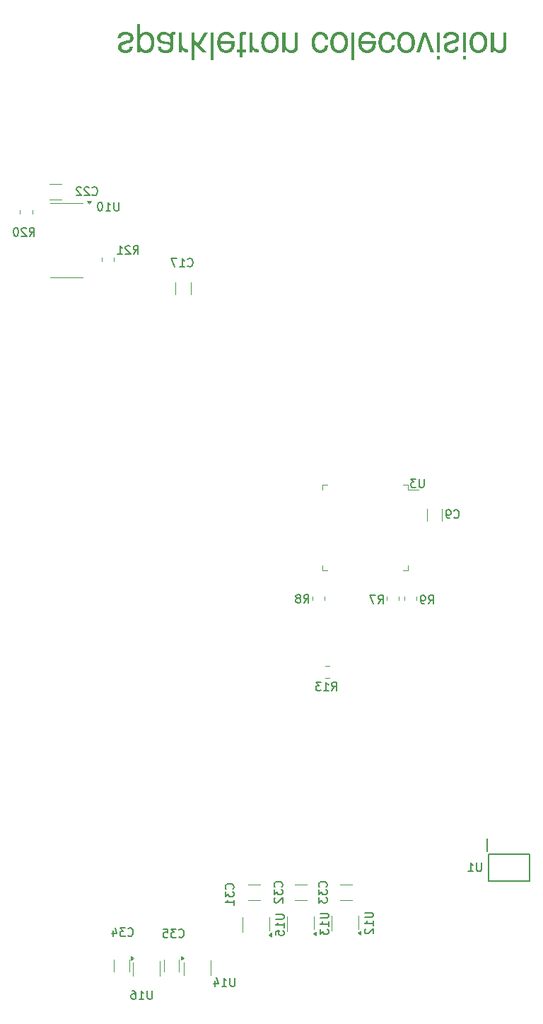
<source format=gbr>
%TF.GenerationSoftware,KiCad,Pcbnew,7.0.11-7.0.11~ubuntu22.04.1*%
%TF.CreationDate,2024-11-24T12:14:37-05:00*%
%TF.ProjectId,coleco_original,636f6c65-636f-45f6-9f72-6967696e616c,DEV*%
%TF.SameCoordinates,Original*%
%TF.FileFunction,Legend,Bot*%
%TF.FilePolarity,Positive*%
%FSLAX46Y46*%
G04 Gerber Fmt 4.6, Leading zero omitted, Abs format (unit mm)*
G04 Created by KiCad (PCBNEW 7.0.11-7.0.11~ubuntu22.04.1) date 2024-11-24 12:14:37*
%MOMM*%
%LPD*%
G01*
G04 APERTURE LIST*
%ADD10C,0.100000*%
%ADD11C,0.150000*%
%ADD12C,0.120000*%
%ADD13C,0.200000*%
G04 APERTURE END LIST*
D10*
G36*
X86078987Y-72063774D02*
G01*
X85686598Y-72063774D01*
X85683221Y-72111854D01*
X85676384Y-72156831D01*
X85666088Y-72198706D01*
X85652332Y-72237480D01*
X85635117Y-72273152D01*
X85614443Y-72305721D01*
X85590310Y-72335189D01*
X85562717Y-72361555D01*
X85531665Y-72384819D01*
X85497153Y-72404982D01*
X85459182Y-72422042D01*
X85417752Y-72436001D01*
X85372863Y-72446857D01*
X85324514Y-72454612D01*
X85272706Y-72459265D01*
X85217438Y-72460816D01*
X85172715Y-72459940D01*
X85130052Y-72457314D01*
X85089449Y-72452937D01*
X85050906Y-72446809D01*
X85014422Y-72438930D01*
X84979999Y-72429300D01*
X84947635Y-72417919D01*
X84917331Y-72404788D01*
X84889087Y-72389905D01*
X84862903Y-72373272D01*
X84827488Y-72345039D01*
X84796709Y-72312867D01*
X84770564Y-72276756D01*
X84749054Y-72236705D01*
X84737519Y-72203553D01*
X84729279Y-72169239D01*
X84724773Y-72138259D01*
X84722791Y-72106389D01*
X84722688Y-72097120D01*
X84725278Y-72059370D01*
X84733047Y-72023474D01*
X84745997Y-71989432D01*
X84764127Y-71957244D01*
X84787436Y-71926910D01*
X84815926Y-71898430D01*
X84849595Y-71871803D01*
X84888445Y-71847030D01*
X84917222Y-71831545D01*
X84948301Y-71816884D01*
X84981683Y-71803047D01*
X85017367Y-71790033D01*
X85049500Y-71781115D01*
X85083088Y-71772197D01*
X85113670Y-71764394D01*
X85145365Y-71756591D01*
X85154625Y-71754362D01*
X85512117Y-71666733D01*
X85544660Y-71658794D01*
X85576375Y-71650485D01*
X85607262Y-71641806D01*
X85637319Y-71632758D01*
X85694950Y-71613553D01*
X85749266Y-71592870D01*
X85800268Y-71570708D01*
X85847957Y-71547068D01*
X85892331Y-71521950D01*
X85933392Y-71495354D01*
X85971138Y-71467280D01*
X86005571Y-71437727D01*
X86036690Y-71406696D01*
X86064495Y-71374187D01*
X86088986Y-71340199D01*
X86110163Y-71304734D01*
X86128026Y-71267790D01*
X86142575Y-71229368D01*
X86152853Y-71193517D01*
X86159794Y-71162184D01*
X86165258Y-71129526D01*
X86169245Y-71095542D01*
X86171755Y-71060233D01*
X86172789Y-71023599D01*
X86172819Y-71016113D01*
X86171249Y-70963514D01*
X86166542Y-70912733D01*
X86158696Y-70863769D01*
X86147713Y-70816623D01*
X86133591Y-70771294D01*
X86116330Y-70727783D01*
X86095932Y-70686090D01*
X86072395Y-70646213D01*
X86045720Y-70608155D01*
X86015907Y-70571914D01*
X85982955Y-70537490D01*
X85946866Y-70504884D01*
X85907638Y-70474095D01*
X85865272Y-70445124D01*
X85819767Y-70417970D01*
X85771125Y-70392634D01*
X85741847Y-70378643D01*
X85711789Y-70365553D01*
X85680949Y-70353367D01*
X85649327Y-70342083D01*
X85616924Y-70331702D01*
X85583739Y-70322224D01*
X85549773Y-70313648D01*
X85515025Y-70305976D01*
X85479496Y-70299205D01*
X85443185Y-70293338D01*
X85406093Y-70288373D01*
X85368219Y-70284311D01*
X85329563Y-70281151D01*
X85290126Y-70278895D01*
X85249908Y-70277541D01*
X85208908Y-70277089D01*
X85155555Y-70277793D01*
X85103771Y-70279903D01*
X85053556Y-70283421D01*
X85004911Y-70288346D01*
X84957834Y-70294677D01*
X84912327Y-70302416D01*
X84868388Y-70311562D01*
X84826019Y-70322115D01*
X84785219Y-70334075D01*
X84745988Y-70347442D01*
X84708326Y-70362216D01*
X84672234Y-70378397D01*
X84637710Y-70395985D01*
X84604755Y-70414981D01*
X84573370Y-70435383D01*
X84543554Y-70457192D01*
X84515307Y-70480409D01*
X84488629Y-70505032D01*
X84463520Y-70531063D01*
X84439980Y-70558500D01*
X84418009Y-70587345D01*
X84397608Y-70617597D01*
X84378775Y-70649255D01*
X84361512Y-70682321D01*
X84345818Y-70716794D01*
X84331693Y-70752674D01*
X84319137Y-70789961D01*
X84308150Y-70828655D01*
X84298732Y-70868756D01*
X84290884Y-70910264D01*
X84284604Y-70953180D01*
X84279894Y-70997502D01*
X84276713Y-71028778D01*
X84275314Y-71061539D01*
X84275241Y-71071172D01*
X84667629Y-71071172D01*
X84673445Y-71033538D01*
X84680134Y-70997990D01*
X84687695Y-70964527D01*
X84696128Y-70933150D01*
X84708729Y-70894558D01*
X84722882Y-70859674D01*
X84738585Y-70828498D01*
X84755839Y-70801029D01*
X84774644Y-70777268D01*
X84803895Y-70749967D01*
X84836103Y-70725351D01*
X84871270Y-70703420D01*
X84909394Y-70684175D01*
X84950477Y-70667615D01*
X84994518Y-70653741D01*
X85025521Y-70645983D01*
X85057840Y-70639419D01*
X85091473Y-70634048D01*
X85126420Y-70629871D01*
X85162683Y-70626887D01*
X85200260Y-70625097D01*
X85239151Y-70624500D01*
X85285095Y-70625321D01*
X85329094Y-70627784D01*
X85371148Y-70631888D01*
X85411257Y-70637635D01*
X85449422Y-70645023D01*
X85485642Y-70654053D01*
X85519917Y-70664725D01*
X85552248Y-70677038D01*
X85582634Y-70690994D01*
X85611075Y-70706591D01*
X85637571Y-70723830D01*
X85673669Y-70752767D01*
X85705391Y-70785398D01*
X85732738Y-70821724D01*
X85740881Y-70834653D01*
X85755639Y-70862424D01*
X85768998Y-70895927D01*
X85778201Y-70930617D01*
X85782781Y-70961297D01*
X85784308Y-70992849D01*
X85782201Y-71030462D01*
X85775883Y-71065949D01*
X85765353Y-71099310D01*
X85750611Y-71130544D01*
X85731657Y-71159651D01*
X85708490Y-71186632D01*
X85681112Y-71211486D01*
X85649521Y-71234214D01*
X85613718Y-71254816D01*
X85573704Y-71273291D01*
X85544687Y-71284426D01*
X85422163Y-71319322D01*
X85075527Y-71405400D01*
X85042662Y-71413594D01*
X85010563Y-71421987D01*
X84979231Y-71430581D01*
X84948665Y-71439375D01*
X84918865Y-71448369D01*
X84861565Y-71466956D01*
X84807331Y-71486342D01*
X84756162Y-71506529D01*
X84708058Y-71527515D01*
X84663020Y-71549301D01*
X84621048Y-71571887D01*
X84582141Y-71595272D01*
X84546300Y-71619457D01*
X84513524Y-71644442D01*
X84483814Y-71670226D01*
X84457169Y-71696810D01*
X84433590Y-71724194D01*
X84413076Y-71752377D01*
X84403969Y-71766769D01*
X84387611Y-71799060D01*
X84373435Y-71833508D01*
X84361439Y-71870113D01*
X84351625Y-71908874D01*
X84345695Y-71939361D01*
X84340992Y-71971060D01*
X84337516Y-72003973D01*
X84335267Y-72038099D01*
X84334245Y-72073438D01*
X84334177Y-72085488D01*
X84335643Y-72137217D01*
X84340041Y-72187135D01*
X84347372Y-72235241D01*
X84357635Y-72281536D01*
X84370830Y-72326020D01*
X84386957Y-72368692D01*
X84406017Y-72409553D01*
X84428009Y-72448602D01*
X84452933Y-72485840D01*
X84480789Y-72521266D01*
X84511578Y-72554881D01*
X84545299Y-72586684D01*
X84581952Y-72616676D01*
X84621537Y-72644857D01*
X84664055Y-72671226D01*
X84709505Y-72695783D01*
X84751112Y-72715878D01*
X84779683Y-72728177D01*
X84808921Y-72739597D01*
X84838825Y-72750138D01*
X84869396Y-72759801D01*
X84900633Y-72768586D01*
X84932536Y-72776492D01*
X84965106Y-72783520D01*
X84998342Y-72789669D01*
X85032245Y-72794940D01*
X85066814Y-72799332D01*
X85102049Y-72802846D01*
X85137951Y-72805481D01*
X85174519Y-72807238D01*
X85211754Y-72808117D01*
X85230621Y-72808227D01*
X85270612Y-72807771D01*
X85309647Y-72806403D01*
X85347723Y-72804124D01*
X85384843Y-72800932D01*
X85421005Y-72796829D01*
X85456211Y-72791815D01*
X85490459Y-72785888D01*
X85523749Y-72779050D01*
X85556083Y-72771299D01*
X85587459Y-72762637D01*
X85617878Y-72753064D01*
X85647340Y-72742578D01*
X85703392Y-72718872D01*
X85755615Y-72691518D01*
X85804009Y-72660518D01*
X85848575Y-72625870D01*
X85889311Y-72587575D01*
X85926219Y-72545633D01*
X85959297Y-72500044D01*
X85988547Y-72450807D01*
X86013968Y-72397924D01*
X86035560Y-72341393D01*
X86045738Y-72309914D01*
X86054559Y-72277514D01*
X86062023Y-72244193D01*
X86068130Y-72209951D01*
X86072880Y-72174788D01*
X86076272Y-72138704D01*
X86078308Y-72101700D01*
X86078987Y-72063774D01*
G37*
G36*
X86960697Y-70626051D02*
G01*
X86996950Y-70583794D01*
X87034367Y-70544263D01*
X87072947Y-70507459D01*
X87112689Y-70473380D01*
X87153596Y-70442028D01*
X87195665Y-70413402D01*
X87238897Y-70387503D01*
X87283293Y-70364330D01*
X87328852Y-70343883D01*
X87375574Y-70326162D01*
X87423459Y-70311168D01*
X87472508Y-70298899D01*
X87522720Y-70289357D01*
X87574095Y-70282542D01*
X87626633Y-70278452D01*
X87680334Y-70277089D01*
X87705791Y-70277404D01*
X87737238Y-70278684D01*
X87768268Y-70280948D01*
X87804955Y-70284965D01*
X87841042Y-70290399D01*
X87876528Y-70297251D01*
X87905194Y-70303086D01*
X87947362Y-70313359D01*
X87988535Y-70325459D01*
X88028714Y-70339386D01*
X88067897Y-70355139D01*
X88106085Y-70372719D01*
X88143278Y-70392125D01*
X88179476Y-70413359D01*
X88214679Y-70436418D01*
X88248887Y-70461304D01*
X88282100Y-70488017D01*
X88306670Y-70509543D01*
X88330461Y-70531759D01*
X88353471Y-70554665D01*
X88375702Y-70578263D01*
X88397152Y-70602551D01*
X88417822Y-70627529D01*
X88437713Y-70653199D01*
X88456823Y-70679559D01*
X88475153Y-70706609D01*
X88492704Y-70734351D01*
X88509474Y-70762782D01*
X88525464Y-70791905D01*
X88540675Y-70821718D01*
X88555105Y-70852222D01*
X88568755Y-70883417D01*
X88581625Y-70915302D01*
X88593716Y-70947878D01*
X88605026Y-70981144D01*
X88615556Y-71015101D01*
X88625306Y-71049749D01*
X88634276Y-71085088D01*
X88642467Y-71121117D01*
X88649877Y-71157836D01*
X88656507Y-71195247D01*
X88662357Y-71233348D01*
X88667427Y-71272140D01*
X88671717Y-71311622D01*
X88675227Y-71351795D01*
X88677957Y-71392659D01*
X88679907Y-71434213D01*
X88681077Y-71476458D01*
X88681467Y-71519394D01*
X88680804Y-71577366D01*
X88678814Y-71634188D01*
X88675497Y-71689858D01*
X88670853Y-71744377D01*
X88664883Y-71797746D01*
X88657585Y-71849963D01*
X88648961Y-71901029D01*
X88639010Y-71950943D01*
X88627733Y-71999707D01*
X88615128Y-72047320D01*
X88601197Y-72093782D01*
X88585939Y-72139092D01*
X88569354Y-72183252D01*
X88551443Y-72226260D01*
X88532204Y-72268117D01*
X88511639Y-72308823D01*
X88494578Y-72339548D01*
X88476934Y-72369298D01*
X88458706Y-72398072D01*
X88439896Y-72425871D01*
X88420502Y-72452694D01*
X88400526Y-72478542D01*
X88379966Y-72503415D01*
X88358823Y-72527312D01*
X88337097Y-72550234D01*
X88314788Y-72572181D01*
X88291895Y-72593152D01*
X88244361Y-72632167D01*
X88194495Y-72667282D01*
X88142296Y-72698494D01*
X88087765Y-72725806D01*
X88030901Y-72749215D01*
X88001594Y-72759457D01*
X87971705Y-72768723D01*
X87941232Y-72777014D01*
X87910176Y-72784329D01*
X87878537Y-72790670D01*
X87846315Y-72796034D01*
X87813509Y-72800424D01*
X87780121Y-72803837D01*
X87746149Y-72806276D01*
X87711595Y-72807739D01*
X87676457Y-72808227D01*
X87617018Y-72806652D01*
X87559288Y-72801926D01*
X87503266Y-72794050D01*
X87448953Y-72783024D01*
X87396348Y-72768847D01*
X87345452Y-72751520D01*
X87296264Y-72731043D01*
X87248785Y-72707415D01*
X87203014Y-72680637D01*
X87158951Y-72650709D01*
X87116597Y-72617630D01*
X87075951Y-72581401D01*
X87037014Y-72542022D01*
X86999786Y-72499492D01*
X86964265Y-72453812D01*
X86930454Y-72404982D01*
X86930454Y-72758597D01*
X86585369Y-72758597D01*
X86585369Y-71541882D01*
X86960697Y-71541882D01*
X86961115Y-71580701D01*
X86962369Y-71618836D01*
X86964459Y-71656286D01*
X86967386Y-71693051D01*
X86971148Y-71729131D01*
X86975746Y-71764527D01*
X86981180Y-71799239D01*
X86987451Y-71833266D01*
X86994557Y-71866608D01*
X87002500Y-71899266D01*
X87011278Y-71931239D01*
X87020893Y-71962527D01*
X87031344Y-71993131D01*
X87042630Y-72023050D01*
X87054753Y-72052285D01*
X87067712Y-72080835D01*
X87090289Y-72126848D01*
X87114398Y-72169893D01*
X87140040Y-72209969D01*
X87167215Y-72247076D01*
X87195922Y-72281215D01*
X87226163Y-72312386D01*
X87257936Y-72340587D01*
X87291242Y-72365820D01*
X87326080Y-72388085D01*
X87362452Y-72407381D01*
X87400356Y-72423708D01*
X87439793Y-72437067D01*
X87480763Y-72447457D01*
X87523265Y-72454878D01*
X87567300Y-72459331D01*
X87612868Y-72460816D01*
X87638365Y-72460358D01*
X87675894Y-72457957D01*
X87712565Y-72453497D01*
X87748377Y-72446979D01*
X87783329Y-72438403D01*
X87817424Y-72427768D01*
X87850659Y-72415075D01*
X87883036Y-72400324D01*
X87914554Y-72383514D01*
X87945213Y-72364646D01*
X87975013Y-72343720D01*
X88013326Y-72312271D01*
X88049168Y-72278216D01*
X88082537Y-72241557D01*
X88113435Y-72202293D01*
X88141861Y-72160424D01*
X88167815Y-72115949D01*
X88191297Y-72068870D01*
X88212307Y-72019185D01*
X88230846Y-71966895D01*
X88246913Y-71912000D01*
X88260508Y-71854500D01*
X88271631Y-71794395D01*
X88276266Y-71763366D01*
X88280282Y-71731685D01*
X88283681Y-71699353D01*
X88286462Y-71666370D01*
X88288625Y-71632735D01*
X88290169Y-71598449D01*
X88291096Y-71563512D01*
X88291405Y-71527924D01*
X88290954Y-71489387D01*
X88289600Y-71451516D01*
X88287343Y-71414311D01*
X88284184Y-71377773D01*
X88280122Y-71341902D01*
X88275157Y-71306697D01*
X88269289Y-71272158D01*
X88262519Y-71238286D01*
X88254846Y-71205080D01*
X88246271Y-71172540D01*
X88236792Y-71140667D01*
X88226411Y-71109460D01*
X88215128Y-71078920D01*
X88202941Y-71049046D01*
X88189852Y-71019839D01*
X88175860Y-70991298D01*
X88151669Y-70946881D01*
X88126012Y-70905330D01*
X88098889Y-70866644D01*
X88070299Y-70830824D01*
X88040244Y-70797870D01*
X88008722Y-70767781D01*
X87975734Y-70740557D01*
X87941280Y-70716200D01*
X87905360Y-70694708D01*
X87867974Y-70676081D01*
X87829122Y-70660320D01*
X87788803Y-70647425D01*
X87747019Y-70637395D01*
X87703768Y-70630231D01*
X87659051Y-70625933D01*
X87612868Y-70624500D01*
X87588532Y-70624958D01*
X87552731Y-70627359D01*
X87517776Y-70631819D01*
X87483666Y-70638337D01*
X87450401Y-70646913D01*
X87417981Y-70657548D01*
X87386406Y-70670241D01*
X87355677Y-70684992D01*
X87325792Y-70701802D01*
X87296753Y-70720670D01*
X87268559Y-70741596D01*
X87249618Y-70756557D01*
X87213541Y-70788425D01*
X87179868Y-70822885D01*
X87148601Y-70859937D01*
X87119739Y-70899583D01*
X87093282Y-70941822D01*
X87069230Y-70986654D01*
X87047584Y-71034079D01*
X87028343Y-71084097D01*
X87011506Y-71136708D01*
X86997075Y-71191912D01*
X86985049Y-71249709D01*
X86975429Y-71310098D01*
X86971520Y-71341266D01*
X86968213Y-71373081D01*
X86965507Y-71405545D01*
X86963403Y-71438657D01*
X86961900Y-71472417D01*
X86960998Y-71506826D01*
X86960697Y-71541882D01*
X86585369Y-71541882D01*
X86585369Y-69383747D01*
X86960697Y-69383747D01*
X86960697Y-70626051D01*
G37*
G36*
X90962943Y-70277253D02*
G01*
X90996101Y-70279093D01*
X91032175Y-70282978D01*
X91063133Y-70287558D01*
X91095957Y-70293447D01*
X91130647Y-70300644D01*
X91167203Y-70309150D01*
X91205626Y-70318965D01*
X91205626Y-70600461D01*
X91190268Y-70597562D01*
X91157366Y-70593338D01*
X91124977Y-70591930D01*
X91100655Y-70592651D01*
X91067115Y-70596436D01*
X91027887Y-70606530D01*
X90994936Y-70622390D01*
X90968261Y-70644019D01*
X90947862Y-70671415D01*
X90933740Y-70704578D01*
X90925895Y-70743509D01*
X90924130Y-70776493D01*
X90924130Y-72163810D01*
X90923921Y-72183530D01*
X90922497Y-72218263D01*
X90919723Y-72252014D01*
X90915599Y-72284784D01*
X90909583Y-72316988D01*
X90902195Y-72348169D01*
X90893437Y-72378329D01*
X90871809Y-72435580D01*
X90844698Y-72488742D01*
X90812104Y-72537815D01*
X90774027Y-72582799D01*
X90730467Y-72623693D01*
X90681425Y-72660497D01*
X90654847Y-72677366D01*
X90626899Y-72693212D01*
X90597581Y-72708036D01*
X90566891Y-72721838D01*
X90534831Y-72734618D01*
X90501400Y-72746375D01*
X90466599Y-72757109D01*
X90430426Y-72766822D01*
X90392883Y-72775511D01*
X90353970Y-72783179D01*
X90313685Y-72789824D01*
X90272030Y-72795447D01*
X90229005Y-72800048D01*
X90184608Y-72803626D01*
X90138841Y-72806182D01*
X90091703Y-72807716D01*
X90043194Y-72808227D01*
X90010179Y-72807965D01*
X89977728Y-72807182D01*
X89945840Y-72805875D01*
X89914515Y-72804046D01*
X89853555Y-72798821D01*
X89794850Y-72791506D01*
X89738398Y-72782100D01*
X89684200Y-72770604D01*
X89632255Y-72757018D01*
X89582565Y-72741342D01*
X89535128Y-72723576D01*
X89489944Y-72703720D01*
X89447015Y-72681773D01*
X89406339Y-72657737D01*
X89367917Y-72631610D01*
X89331748Y-72603393D01*
X89297834Y-72573086D01*
X89266172Y-72540689D01*
X89248185Y-72519833D01*
X89223181Y-72486312D01*
X89200548Y-72450104D01*
X89180288Y-72411212D01*
X89162399Y-72369634D01*
X89151791Y-72340424D01*
X89142236Y-72310020D01*
X89133737Y-72278422D01*
X89126291Y-72245632D01*
X89119899Y-72211647D01*
X89114562Y-72176469D01*
X89110279Y-72140098D01*
X89107049Y-72102533D01*
X89104875Y-72063774D01*
X89480203Y-72063774D01*
X89482084Y-72078078D01*
X89487095Y-72109444D01*
X89493386Y-72141322D01*
X89504388Y-72180010D01*
X89518394Y-72216203D01*
X89535406Y-72249900D01*
X89555423Y-72281100D01*
X89578445Y-72309805D01*
X89604472Y-72336013D01*
X89633503Y-72359726D01*
X89665540Y-72380942D01*
X89700582Y-72399662D01*
X89738628Y-72415887D01*
X89779680Y-72429615D01*
X89823736Y-72440847D01*
X89870798Y-72449583D01*
X89920864Y-72455824D01*
X89973935Y-72459568D01*
X90030011Y-72460816D01*
X90056441Y-72460607D01*
X90087557Y-72459808D01*
X90123032Y-72458117D01*
X90157616Y-72455609D01*
X90191309Y-72452285D01*
X90235163Y-72444655D01*
X90276187Y-72435140D01*
X90314382Y-72423741D01*
X90349748Y-72410459D01*
X90382284Y-72395291D01*
X90411992Y-72378240D01*
X90438869Y-72359305D01*
X90462918Y-72338485D01*
X90493686Y-72303723D01*
X90518089Y-72264721D01*
X90530820Y-72236365D01*
X90540723Y-72206125D01*
X90547796Y-72174000D01*
X90552040Y-72139992D01*
X90553454Y-72104099D01*
X90553454Y-72004063D01*
X90552412Y-71975192D01*
X90548305Y-71943237D01*
X90540271Y-71912558D01*
X90532889Y-71896439D01*
X90511637Y-71866366D01*
X90481732Y-71839176D01*
X90453627Y-71820676D01*
X90420655Y-71803798D01*
X90382817Y-71788542D01*
X90340112Y-71774908D01*
X90308939Y-71766721D01*
X90275603Y-71759254D01*
X90240104Y-71752508D01*
X90202442Y-71746483D01*
X90162617Y-71741179D01*
X90126957Y-71735344D01*
X90093261Y-71730055D01*
X90061527Y-71725312D01*
X90026985Y-71720466D01*
X89995115Y-71716363D01*
X89969051Y-71713053D01*
X89918446Y-71706347D01*
X89869870Y-71699525D01*
X89823323Y-71692588D01*
X89778807Y-71685536D01*
X89736319Y-71678369D01*
X89695861Y-71671087D01*
X89657433Y-71663690D01*
X89621035Y-71656177D01*
X89586665Y-71648550D01*
X89554326Y-71640807D01*
X89524016Y-71632950D01*
X89482356Y-71620947D01*
X89445263Y-71608686D01*
X89412737Y-71596165D01*
X89363061Y-71573725D01*
X89316590Y-71549056D01*
X89273324Y-71522156D01*
X89233263Y-71493028D01*
X89196407Y-71461670D01*
X89162756Y-71428082D01*
X89132310Y-71392265D01*
X89105068Y-71354218D01*
X89081032Y-71313942D01*
X89060200Y-71271437D01*
X89042573Y-71226702D01*
X89028151Y-71179737D01*
X89016934Y-71130544D01*
X89008922Y-71079120D01*
X89004115Y-71025467D01*
X89002935Y-70984319D01*
X89391023Y-70984319D01*
X89391623Y-71009446D01*
X89394289Y-71041507D01*
X89399837Y-71075606D01*
X89408084Y-71107619D01*
X89418668Y-71137277D01*
X89432390Y-71165573D01*
X89449250Y-71192506D01*
X89469249Y-71218075D01*
X89492386Y-71242281D01*
X89518661Y-71265124D01*
X89548074Y-71286604D01*
X89580626Y-71306721D01*
X89616316Y-71325475D01*
X89655144Y-71342865D01*
X89697110Y-71358893D01*
X89742215Y-71373557D01*
X89790458Y-71386858D01*
X89841839Y-71398796D01*
X89896358Y-71409371D01*
X89954015Y-71418583D01*
X89981135Y-71423074D01*
X90012115Y-71427731D01*
X90043194Y-71431766D01*
X90065854Y-71434883D01*
X90109874Y-71441214D01*
X90152162Y-71447673D01*
X90192717Y-71454258D01*
X90231539Y-71460971D01*
X90268628Y-71467811D01*
X90303984Y-71474778D01*
X90337608Y-71481872D01*
X90369500Y-71489094D01*
X90414088Y-71500165D01*
X90454777Y-71511522D01*
X90491568Y-71523165D01*
X90524461Y-71535095D01*
X90553454Y-71547311D01*
X90553454Y-71125455D01*
X90552331Y-71103535D01*
X90548612Y-71071338D01*
X90542452Y-71039959D01*
X90533853Y-71009397D01*
X90522814Y-70979654D01*
X90509335Y-70950728D01*
X90493416Y-70922620D01*
X90475057Y-70895330D01*
X90454258Y-70868858D01*
X90431019Y-70843204D01*
X90405339Y-70818368D01*
X90376093Y-70792544D01*
X90346125Y-70768386D01*
X90315436Y-70745895D01*
X90284027Y-70725069D01*
X90251896Y-70705910D01*
X90219045Y-70688416D01*
X90185472Y-70672589D01*
X90151179Y-70658427D01*
X90116164Y-70645932D01*
X90080429Y-70635102D01*
X90043973Y-70625939D01*
X90006796Y-70618442D01*
X89968898Y-70612611D01*
X89930279Y-70608446D01*
X89890939Y-70605946D01*
X89850878Y-70605113D01*
X89823426Y-70605587D01*
X89791583Y-70607404D01*
X89755949Y-70611248D01*
X89721948Y-70616946D01*
X89689580Y-70624500D01*
X89671211Y-70628843D01*
X89636224Y-70638863D01*
X89603570Y-70650665D01*
X89573248Y-70664248D01*
X89545258Y-70679612D01*
X89507647Y-70705997D01*
X89475284Y-70736391D01*
X89448169Y-70770792D01*
X89426302Y-70809200D01*
X89409683Y-70851616D01*
X89401519Y-70882120D01*
X89395688Y-70914405D01*
X89392190Y-70948471D01*
X89391023Y-70984319D01*
X89002935Y-70984319D01*
X89002512Y-70969585D01*
X89002846Y-70944649D01*
X89004595Y-70907880D01*
X89007844Y-70871875D01*
X89012592Y-70836634D01*
X89018840Y-70802156D01*
X89026587Y-70768441D01*
X89035833Y-70735490D01*
X89046579Y-70703301D01*
X89058825Y-70671877D01*
X89072570Y-70641215D01*
X89087814Y-70611317D01*
X89112926Y-70570844D01*
X89140377Y-70532983D01*
X89170166Y-70497732D01*
X89202293Y-70465092D01*
X89236759Y-70435064D01*
X89273564Y-70407647D01*
X89312707Y-70382841D01*
X89354188Y-70360646D01*
X89398009Y-70341063D01*
X89444167Y-70324090D01*
X89492665Y-70309729D01*
X89543500Y-70297978D01*
X89596675Y-70288839D01*
X89652187Y-70282312D01*
X89710039Y-70278395D01*
X89770229Y-70277089D01*
X89795703Y-70277660D01*
X89846539Y-70280774D01*
X89897223Y-70286518D01*
X89947756Y-70294890D01*
X89998138Y-70305892D01*
X90048368Y-70319524D01*
X90098446Y-70335784D01*
X90148373Y-70354674D01*
X90198149Y-70376193D01*
X90247773Y-70400342D01*
X90297245Y-70427120D01*
X90346566Y-70456527D01*
X90395736Y-70488564D01*
X90444754Y-70523230D01*
X90493621Y-70560525D01*
X90517998Y-70580159D01*
X90542337Y-70600450D01*
X90566637Y-70621398D01*
X90570709Y-70589410D01*
X90575168Y-70558585D01*
X90579103Y-70541267D01*
X90588481Y-70508279D01*
X90599871Y-70477490D01*
X90613272Y-70448901D01*
X90637145Y-70410140D01*
X90665543Y-70376328D01*
X90698468Y-70347463D01*
X90735917Y-70323547D01*
X90777893Y-70304579D01*
X90808391Y-70294683D01*
X90840900Y-70286986D01*
X90875420Y-70281488D01*
X90911952Y-70278189D01*
X90950496Y-70277089D01*
X90962943Y-70277253D01*
G37*
G36*
X91591810Y-72708966D02*
G01*
X91936119Y-72708966D01*
X91936119Y-72285559D01*
X91968310Y-72336025D01*
X92000520Y-72383705D01*
X92032747Y-72428597D01*
X92064993Y-72470703D01*
X92097257Y-72510022D01*
X92129539Y-72546554D01*
X92161839Y-72580299D01*
X92194157Y-72611257D01*
X92226494Y-72639428D01*
X92258849Y-72664813D01*
X92291221Y-72687411D01*
X92323612Y-72707222D01*
X92356022Y-72724246D01*
X92388449Y-72738483D01*
X92420895Y-72749933D01*
X92453358Y-72758597D01*
X92486817Y-72764969D01*
X92520888Y-72769256D01*
X92555573Y-72771458D01*
X92575107Y-72771780D01*
X92609625Y-72770492D01*
X92643673Y-72767608D01*
X92678156Y-72763733D01*
X92711199Y-72759408D01*
X92717019Y-72758597D01*
X92717019Y-72361555D01*
X92677597Y-72360631D01*
X92639593Y-72359023D01*
X92603006Y-72356730D01*
X92567837Y-72353752D01*
X92534086Y-72350090D01*
X92501753Y-72345743D01*
X92470837Y-72340712D01*
X92427121Y-72331881D01*
X92386595Y-72321510D01*
X92349259Y-72309598D01*
X92315113Y-72296146D01*
X92284156Y-72281154D01*
X92256389Y-72264621D01*
X92230847Y-72245770D01*
X92230023Y-72245235D01*
X92198095Y-72220526D01*
X92168227Y-72193508D01*
X92140420Y-72164183D01*
X92114671Y-72132549D01*
X92090983Y-72098607D01*
X92069355Y-72062357D01*
X92049786Y-72023798D01*
X92032278Y-71982932D01*
X92016829Y-71939757D01*
X92003440Y-71894273D01*
X91992111Y-71846482D01*
X91982841Y-71796382D01*
X91975632Y-71743974D01*
X91970482Y-71689258D01*
X91967393Y-71632234D01*
X91966363Y-71572901D01*
X91966363Y-70376350D01*
X91591810Y-70376350D01*
X91591810Y-72708966D01*
G37*
G36*
X93494041Y-73651939D02*
G01*
X93494041Y-71716363D01*
X94486644Y-72708966D01*
X94964334Y-72708966D01*
X94150865Y-71902477D01*
X95105469Y-70376350D01*
X94645615Y-70376350D01*
X93856186Y-71645796D01*
X93494041Y-71288303D01*
X93494041Y-70376350D01*
X93123365Y-70376350D01*
X93123365Y-73651939D01*
X93494041Y-73651939D01*
G37*
G36*
X95765395Y-73651939D02*
G01*
X95765395Y-70376350D01*
X95390067Y-70376350D01*
X95390067Y-73651939D01*
X95765395Y-73651939D01*
G37*
G36*
X97295224Y-70277398D02*
G01*
X97339667Y-70279020D01*
X97383319Y-70282033D01*
X97426180Y-70286436D01*
X97468251Y-70292229D01*
X97509531Y-70299413D01*
X97550021Y-70307987D01*
X97589720Y-70317951D01*
X97628628Y-70329306D01*
X97666746Y-70342052D01*
X97704073Y-70356187D01*
X97760613Y-70380881D01*
X97814299Y-70408241D01*
X97865132Y-70438266D01*
X97913111Y-70470957D01*
X97958237Y-70506314D01*
X98000509Y-70544336D01*
X98039928Y-70585024D01*
X98076493Y-70628378D01*
X98110205Y-70674397D01*
X98141063Y-70723082D01*
X98169068Y-70774433D01*
X98194219Y-70828449D01*
X98216517Y-70885131D01*
X98226596Y-70914472D01*
X98235961Y-70944479D01*
X98244613Y-70975152D01*
X98252552Y-71006492D01*
X98259777Y-71038499D01*
X98266289Y-71071172D01*
X97891737Y-71071172D01*
X97870902Y-71017082D01*
X97847753Y-70966483D01*
X97822290Y-70919373D01*
X97794512Y-70875753D01*
X97764420Y-70835622D01*
X97732014Y-70798981D01*
X97697294Y-70765830D01*
X97660259Y-70736168D01*
X97620910Y-70709996D01*
X97579246Y-70687313D01*
X97535269Y-70668120D01*
X97488977Y-70652417D01*
X97440370Y-70640204D01*
X97389450Y-70631479D01*
X97336215Y-70626245D01*
X97280666Y-70624500D01*
X97235028Y-70625673D01*
X97190784Y-70629189D01*
X97147933Y-70635051D01*
X97106476Y-70643257D01*
X97066412Y-70653808D01*
X97027741Y-70666703D01*
X96990464Y-70681943D01*
X96954580Y-70699527D01*
X96920090Y-70719456D01*
X96886993Y-70741730D01*
X96855290Y-70766348D01*
X96824980Y-70793311D01*
X96796063Y-70822618D01*
X96768540Y-70854270D01*
X96742410Y-70888266D01*
X96717674Y-70924608D01*
X96702913Y-70947257D01*
X96682486Y-70983287D01*
X96664118Y-71021784D01*
X96647808Y-71062748D01*
X96633556Y-71106180D01*
X96625199Y-71136505D01*
X96617756Y-71167927D01*
X96611228Y-71200445D01*
X96605615Y-71234060D01*
X96600917Y-71268771D01*
X96597133Y-71304579D01*
X96594265Y-71341484D01*
X96592311Y-71379485D01*
X96591272Y-71418583D01*
X98316695Y-71418583D01*
X98316603Y-71450267D01*
X98316328Y-71481441D01*
X98315229Y-71542258D01*
X98313396Y-71601033D01*
X98310830Y-71657767D01*
X98307532Y-71712459D01*
X98303500Y-71765109D01*
X98298735Y-71815718D01*
X98293237Y-71864285D01*
X98287006Y-71910810D01*
X98280042Y-71955293D01*
X98272345Y-71997735D01*
X98263915Y-72038135D01*
X98254751Y-72076494D01*
X98244855Y-72112811D01*
X98234225Y-72147086D01*
X98222863Y-72179320D01*
X98208735Y-72214349D01*
X98193492Y-72248482D01*
X98177134Y-72281718D01*
X98159662Y-72314058D01*
X98141075Y-72345501D01*
X98121373Y-72376047D01*
X98100557Y-72405697D01*
X98078625Y-72434450D01*
X98041506Y-72479712D01*
X98002653Y-72522054D01*
X97962068Y-72561475D01*
X97919751Y-72597977D01*
X97875700Y-72631559D01*
X97829917Y-72662220D01*
X97782402Y-72689961D01*
X97733153Y-72714782D01*
X97682172Y-72736683D01*
X97629458Y-72755664D01*
X97575011Y-72771725D01*
X97518832Y-72784866D01*
X97460920Y-72795086D01*
X97401276Y-72802386D01*
X97339898Y-72806767D01*
X97308560Y-72807862D01*
X97276788Y-72808227D01*
X97228985Y-72807366D01*
X97182120Y-72804786D01*
X97136195Y-72800484D01*
X97091208Y-72794462D01*
X97047161Y-72786719D01*
X97004053Y-72777256D01*
X96961883Y-72766073D01*
X96920653Y-72753168D01*
X96880362Y-72738543D01*
X96841010Y-72722198D01*
X96802597Y-72704132D01*
X96765123Y-72684345D01*
X96728588Y-72662838D01*
X96692992Y-72639610D01*
X96658335Y-72614662D01*
X96624617Y-72587993D01*
X96598711Y-72565924D01*
X96573627Y-72543143D01*
X96549365Y-72519650D01*
X96525926Y-72495445D01*
X96503310Y-72470529D01*
X96481516Y-72444900D01*
X96460544Y-72418560D01*
X96440394Y-72391508D01*
X96421067Y-72363744D01*
X96402563Y-72335268D01*
X96384881Y-72306080D01*
X96368021Y-72276181D01*
X96351984Y-72245569D01*
X96336769Y-72214246D01*
X96322377Y-72182211D01*
X96308807Y-72149464D01*
X96296059Y-72116005D01*
X96284134Y-72081834D01*
X96273031Y-72046952D01*
X96262751Y-72011357D01*
X96253293Y-71975051D01*
X96244658Y-71938033D01*
X96236845Y-71900303D01*
X96229854Y-71861861D01*
X96223686Y-71822707D01*
X96218340Y-71782842D01*
X96213817Y-71742264D01*
X96211495Y-71716363D01*
X96600578Y-71716363D01*
X96602995Y-71744814D01*
X96607689Y-71786580D01*
X96613664Y-71827256D01*
X96620920Y-71866841D01*
X96629458Y-71905336D01*
X96639277Y-71942740D01*
X96650377Y-71979054D01*
X96662759Y-72014278D01*
X96676422Y-72048410D01*
X96691367Y-72081453D01*
X96707593Y-72113405D01*
X96731235Y-72155474D01*
X96756411Y-72194829D01*
X96783119Y-72231470D01*
X96811360Y-72265397D01*
X96841134Y-72296610D01*
X96872441Y-72325108D01*
X96905280Y-72350893D01*
X96939652Y-72373963D01*
X96975557Y-72394319D01*
X97012995Y-72411961D01*
X97051965Y-72426889D01*
X97092469Y-72439102D01*
X97134505Y-72448602D01*
X97178073Y-72455387D01*
X97223175Y-72459459D01*
X97269809Y-72460816D01*
X97296672Y-72460292D01*
X97336285Y-72457540D01*
X97375079Y-72452431D01*
X97413056Y-72444963D01*
X97450215Y-72435137D01*
X97486556Y-72422953D01*
X97522080Y-72408411D01*
X97556785Y-72391510D01*
X97590672Y-72372251D01*
X97623742Y-72350634D01*
X97655994Y-72326659D01*
X97687640Y-72299945D01*
X97717244Y-72271952D01*
X97744806Y-72242681D01*
X97770327Y-72212132D01*
X97793806Y-72180304D01*
X97815244Y-72147198D01*
X97834640Y-72112814D01*
X97851994Y-72077151D01*
X97867307Y-72040210D01*
X97880577Y-72001991D01*
X97891807Y-71962494D01*
X97900994Y-71921718D01*
X97908140Y-71879664D01*
X97913244Y-71836331D01*
X97916307Y-71791720D01*
X97917327Y-71745831D01*
X97913450Y-71716363D01*
X96600578Y-71716363D01*
X96211495Y-71716363D01*
X96210116Y-71700975D01*
X96207237Y-71658974D01*
X96205181Y-71616261D01*
X96203948Y-71572836D01*
X96203536Y-71528699D01*
X96204218Y-71472853D01*
X96206263Y-71418146D01*
X96209671Y-71364578D01*
X96214441Y-71312149D01*
X96220576Y-71260859D01*
X96228073Y-71210708D01*
X96236933Y-71161696D01*
X96247157Y-71113822D01*
X96258743Y-71067088D01*
X96271693Y-71021493D01*
X96286006Y-70977037D01*
X96301682Y-70933719D01*
X96318721Y-70891541D01*
X96337123Y-70850502D01*
X96356889Y-70810601D01*
X96378017Y-70771840D01*
X96395927Y-70741401D01*
X96414471Y-70711929D01*
X96433647Y-70683422D01*
X96453456Y-70655883D01*
X96473899Y-70629309D01*
X96494974Y-70603702D01*
X96516683Y-70579061D01*
X96539025Y-70555386D01*
X96561999Y-70532678D01*
X96585607Y-70510936D01*
X96609848Y-70490160D01*
X96634723Y-70470351D01*
X96660230Y-70451508D01*
X96686370Y-70433631D01*
X96713144Y-70416721D01*
X96740550Y-70400777D01*
X96768590Y-70385799D01*
X96797262Y-70371788D01*
X96826568Y-70358742D01*
X96856507Y-70346663D01*
X96887079Y-70335551D01*
X96918284Y-70325405D01*
X96950123Y-70316225D01*
X96982594Y-70308011D01*
X97015698Y-70300764D01*
X97049436Y-70294483D01*
X97083807Y-70289168D01*
X97118810Y-70284820D01*
X97154447Y-70281438D01*
X97190717Y-70279022D01*
X97227620Y-70277572D01*
X97265156Y-70277089D01*
X97295224Y-70277398D01*
G37*
G36*
X99630343Y-72708966D02*
G01*
X99630343Y-72411186D01*
X99244158Y-72411186D01*
X99244158Y-70815266D01*
X99245697Y-70775245D01*
X99250314Y-70739706D01*
X99258008Y-70708651D01*
X99271953Y-70676136D01*
X99290708Y-70650627D01*
X99319561Y-70629262D01*
X99342643Y-70620623D01*
X99374015Y-70611793D01*
X99407942Y-70606946D01*
X99442879Y-70605174D01*
X99451209Y-70605113D01*
X99485026Y-70605587D01*
X99516685Y-70607007D01*
X99551826Y-70609960D01*
X99583860Y-70614277D01*
X99617305Y-70621036D01*
X99630343Y-70624500D01*
X99630343Y-70310434D01*
X99598009Y-70304475D01*
X99566439Y-70299102D01*
X99535632Y-70294315D01*
X99495744Y-70288845D01*
X99457213Y-70284416D01*
X99420039Y-70281029D01*
X99384222Y-70278685D01*
X99349762Y-70277382D01*
X99324807Y-70277089D01*
X99276534Y-70278252D01*
X99230975Y-70281742D01*
X99188131Y-70287558D01*
X99148000Y-70295701D01*
X99110583Y-70306169D01*
X99075881Y-70318965D01*
X99043893Y-70334086D01*
X99014619Y-70351534D01*
X98988059Y-70371309D01*
X98964213Y-70393410D01*
X98943082Y-70417837D01*
X98924664Y-70444591D01*
X98908961Y-70473671D01*
X98895972Y-70505078D01*
X98885697Y-70538811D01*
X98878136Y-70574870D01*
X98874796Y-70606165D01*
X98873524Y-70639371D01*
X98873483Y-70646989D01*
X98873483Y-72411186D01*
X98557091Y-72411186D01*
X98557091Y-72708966D01*
X98873483Y-72708966D01*
X98873483Y-73354158D01*
X99244158Y-73354158D01*
X99244158Y-72708966D01*
X99630343Y-72708966D01*
G37*
G36*
X100038241Y-72708966D02*
G01*
X100382550Y-72708966D01*
X100382550Y-72285559D01*
X100414741Y-72336025D01*
X100446950Y-72383705D01*
X100479178Y-72428597D01*
X100511423Y-72470703D01*
X100543687Y-72510022D01*
X100575969Y-72546554D01*
X100608269Y-72580299D01*
X100640588Y-72611257D01*
X100672924Y-72639428D01*
X100705279Y-72664813D01*
X100737652Y-72687411D01*
X100770043Y-72707222D01*
X100802452Y-72724246D01*
X100834880Y-72738483D01*
X100867325Y-72749933D01*
X100899789Y-72758597D01*
X100933247Y-72764969D01*
X100967319Y-72769256D01*
X101002004Y-72771458D01*
X101021538Y-72771780D01*
X101056056Y-72770492D01*
X101090104Y-72767608D01*
X101124587Y-72763733D01*
X101157629Y-72759408D01*
X101163449Y-72758597D01*
X101163449Y-72361555D01*
X101124027Y-72360631D01*
X101086023Y-72359023D01*
X101049437Y-72356730D01*
X101014268Y-72353752D01*
X100980517Y-72350090D01*
X100948183Y-72345743D01*
X100917267Y-72340712D01*
X100873552Y-72331881D01*
X100833026Y-72321510D01*
X100795690Y-72309598D01*
X100761543Y-72296146D01*
X100730586Y-72281154D01*
X100702819Y-72264621D01*
X100677277Y-72245770D01*
X100676453Y-72245235D01*
X100644526Y-72220526D01*
X100614658Y-72193508D01*
X100586850Y-72164183D01*
X100561102Y-72132549D01*
X100537414Y-72098607D01*
X100515785Y-72062357D01*
X100496217Y-72023798D01*
X100478708Y-71982932D01*
X100463259Y-71939757D01*
X100449870Y-71894273D01*
X100438541Y-71846482D01*
X100429272Y-71796382D01*
X100422063Y-71743974D01*
X100416913Y-71689258D01*
X100413823Y-71632234D01*
X100412793Y-71572901D01*
X100412793Y-70376350D01*
X100038241Y-70376350D01*
X100038241Y-72708966D01*
G37*
G36*
X102572853Y-70277777D02*
G01*
X102615846Y-70279840D01*
X102658033Y-70283278D01*
X102699415Y-70288091D01*
X102739991Y-70294280D01*
X102779761Y-70301844D01*
X102818725Y-70310783D01*
X102856884Y-70321097D01*
X102894237Y-70332787D01*
X102930784Y-70345852D01*
X102966525Y-70360292D01*
X103001461Y-70376107D01*
X103035591Y-70393298D01*
X103068915Y-70411864D01*
X103101433Y-70431805D01*
X103133146Y-70453121D01*
X103161199Y-70473464D01*
X103188362Y-70494654D01*
X103214634Y-70516691D01*
X103240015Y-70539574D01*
X103264506Y-70563304D01*
X103288107Y-70587880D01*
X103310816Y-70613304D01*
X103332636Y-70639573D01*
X103353564Y-70666690D01*
X103373602Y-70694653D01*
X103392750Y-70723463D01*
X103411007Y-70753119D01*
X103428373Y-70783622D01*
X103444849Y-70814972D01*
X103460434Y-70847169D01*
X103475128Y-70880212D01*
X103488932Y-70914102D01*
X103501846Y-70948838D01*
X103513869Y-70984421D01*
X103525001Y-71020851D01*
X103535243Y-71058127D01*
X103544594Y-71096250D01*
X103553054Y-71135220D01*
X103560624Y-71175036D01*
X103567303Y-71215699D01*
X103573092Y-71257209D01*
X103577990Y-71299565D01*
X103581998Y-71342768D01*
X103585115Y-71386818D01*
X103587341Y-71431714D01*
X103588677Y-71477457D01*
X103589123Y-71524047D01*
X103588611Y-71574958D01*
X103587075Y-71624943D01*
X103584515Y-71674000D01*
X103580932Y-71722131D01*
X103576324Y-71769335D01*
X103570693Y-71815612D01*
X103564038Y-71860962D01*
X103556359Y-71905385D01*
X103547656Y-71948881D01*
X103537929Y-71991450D01*
X103527179Y-72033092D01*
X103515404Y-72073807D01*
X103502606Y-72113595D01*
X103488784Y-72152457D01*
X103473938Y-72190391D01*
X103458068Y-72227399D01*
X103441850Y-72263133D01*
X103424795Y-72297733D01*
X103406905Y-72331199D01*
X103388179Y-72363530D01*
X103368616Y-72394727D01*
X103348218Y-72424790D01*
X103326983Y-72453718D01*
X103304912Y-72481511D01*
X103282006Y-72508170D01*
X103258263Y-72533695D01*
X103233684Y-72558085D01*
X103208269Y-72581341D01*
X103182018Y-72603462D01*
X103154932Y-72624449D01*
X103127009Y-72644302D01*
X103098249Y-72663020D01*
X103068654Y-72680603D01*
X103038223Y-72697053D01*
X103006956Y-72712367D01*
X102974853Y-72726548D01*
X102941913Y-72739594D01*
X102908138Y-72751505D01*
X102873526Y-72762282D01*
X102838079Y-72771925D01*
X102801795Y-72780433D01*
X102764676Y-72787807D01*
X102726720Y-72794046D01*
X102687928Y-72799151D01*
X102648301Y-72803122D01*
X102607837Y-72805958D01*
X102566537Y-72807659D01*
X102524401Y-72808227D01*
X102482589Y-72807572D01*
X102441486Y-72805609D01*
X102401092Y-72802338D01*
X102361407Y-72797758D01*
X102322430Y-72791869D01*
X102284162Y-72784672D01*
X102246604Y-72776166D01*
X102209753Y-72766351D01*
X102173612Y-72755228D01*
X102138180Y-72742796D01*
X102103456Y-72729056D01*
X102069442Y-72714007D01*
X102036136Y-72697649D01*
X102003539Y-72679983D01*
X101971651Y-72661008D01*
X101940471Y-72640725D01*
X101911607Y-72620636D01*
X101883659Y-72599628D01*
X101856627Y-72577700D01*
X101830512Y-72554854D01*
X101805313Y-72531087D01*
X101781030Y-72506402D01*
X101757664Y-72480797D01*
X101735214Y-72454273D01*
X101713680Y-72426829D01*
X101693063Y-72398466D01*
X101673362Y-72369184D01*
X101654577Y-72338982D01*
X101636708Y-72307861D01*
X101619756Y-72275820D01*
X101603721Y-72242861D01*
X101588601Y-72208981D01*
X101574398Y-72174183D01*
X101561111Y-72138465D01*
X101548741Y-72101828D01*
X101537287Y-72064271D01*
X101526749Y-72025795D01*
X101517128Y-71986400D01*
X101508422Y-71946085D01*
X101500634Y-71904851D01*
X101493761Y-71862698D01*
X101487805Y-71819625D01*
X101482765Y-71775633D01*
X101478642Y-71730722D01*
X101475435Y-71684891D01*
X101473144Y-71638141D01*
X101471769Y-71590471D01*
X101471311Y-71541882D01*
X101859822Y-71541882D01*
X101860155Y-71577572D01*
X101861155Y-71612717D01*
X101862821Y-71647316D01*
X101865154Y-71681370D01*
X101868152Y-71714879D01*
X101871818Y-71747843D01*
X101876149Y-71780261D01*
X101881148Y-71812134D01*
X101886812Y-71843462D01*
X101893143Y-71874245D01*
X101903889Y-71919396D01*
X101916135Y-71963321D01*
X101929880Y-72006019D01*
X101945124Y-72047490D01*
X101967310Y-72097541D01*
X101991410Y-72144363D01*
X102017425Y-72187956D01*
X102045354Y-72228320D01*
X102075197Y-72265455D01*
X102106955Y-72299360D01*
X102140628Y-72330037D01*
X102176214Y-72357484D01*
X102213716Y-72381702D01*
X102253131Y-72402692D01*
X102294462Y-72420452D01*
X102337706Y-72434983D01*
X102382865Y-72446285D01*
X102429939Y-72454357D01*
X102478927Y-72459201D01*
X102529829Y-72460816D01*
X102540409Y-72460744D01*
X102571741Y-72459677D01*
X102612562Y-72456260D01*
X102652293Y-72450565D01*
X102690933Y-72442592D01*
X102728483Y-72432341D01*
X102764942Y-72419813D01*
X102800311Y-72405006D01*
X102834589Y-72387921D01*
X102857156Y-72374593D01*
X102900140Y-72345319D01*
X102940259Y-72312555D01*
X102977511Y-72276302D01*
X103011899Y-72236559D01*
X103043420Y-72193327D01*
X103072077Y-72146604D01*
X103097867Y-72096393D01*
X103120792Y-72042691D01*
X103140851Y-71985500D01*
X103149806Y-71955596D01*
X103158045Y-71924820D01*
X103165567Y-71893171D01*
X103172373Y-71860650D01*
X103178462Y-71827256D01*
X103183835Y-71792990D01*
X103188492Y-71757851D01*
X103192432Y-71721840D01*
X103195656Y-71684957D01*
X103198163Y-71647201D01*
X103199954Y-71608573D01*
X103201029Y-71569072D01*
X103201387Y-71528699D01*
X103201021Y-71491907D01*
X103199921Y-71455781D01*
X103198088Y-71420321D01*
X103195523Y-71385528D01*
X103192224Y-71351401D01*
X103188192Y-71317941D01*
X103183427Y-71285147D01*
X103177929Y-71253020D01*
X103171698Y-71221558D01*
X103164734Y-71190764D01*
X103152913Y-71145821D01*
X103139443Y-71102378D01*
X103124324Y-71060435D01*
X103107555Y-71019990D01*
X103084851Y-70972099D01*
X103060360Y-70927297D01*
X103034082Y-70885586D01*
X103006017Y-70846963D01*
X102976164Y-70811431D01*
X102944524Y-70778989D01*
X102911097Y-70749636D01*
X102875883Y-70723373D01*
X102838882Y-70700200D01*
X102800093Y-70680116D01*
X102759517Y-70663122D01*
X102717154Y-70649218D01*
X102673004Y-70638404D01*
X102627066Y-70630680D01*
X102579341Y-70626045D01*
X102529829Y-70624500D01*
X102518388Y-70624584D01*
X102484610Y-70625845D01*
X102451649Y-70628619D01*
X102419506Y-70632906D01*
X102388181Y-70638706D01*
X102357675Y-70646020D01*
X102318271Y-70658124D01*
X102280321Y-70672919D01*
X102243826Y-70690403D01*
X102208784Y-70710578D01*
X102187315Y-70724442D01*
X102146421Y-70754516D01*
X102108253Y-70787716D01*
X102072812Y-70824042D01*
X102040096Y-70863494D01*
X102010108Y-70906072D01*
X101982845Y-70951776D01*
X101958309Y-71000607D01*
X101936498Y-71052563D01*
X101917415Y-71107646D01*
X101901057Y-71165855D01*
X101893900Y-71196131D01*
X101887426Y-71227190D01*
X101881632Y-71259029D01*
X101876521Y-71291651D01*
X101872090Y-71325054D01*
X101868342Y-71359238D01*
X101865275Y-71394204D01*
X101862889Y-71429951D01*
X101861185Y-71466480D01*
X101860163Y-71503790D01*
X101859822Y-71541882D01*
X101471311Y-71541882D01*
X101471890Y-71488966D01*
X101473625Y-71437036D01*
X101476518Y-71386095D01*
X101480568Y-71336140D01*
X101485776Y-71287174D01*
X101492140Y-71239194D01*
X101499661Y-71192203D01*
X101508340Y-71146198D01*
X101518176Y-71101182D01*
X101529169Y-71057152D01*
X101541319Y-71014111D01*
X101554626Y-70972057D01*
X101569090Y-70930990D01*
X101584712Y-70890911D01*
X101601490Y-70851819D01*
X101619426Y-70813715D01*
X101636419Y-70780700D01*
X101654150Y-70748733D01*
X101672618Y-70717814D01*
X101691824Y-70687943D01*
X101711767Y-70659121D01*
X101732448Y-70631346D01*
X101753867Y-70604620D01*
X101776023Y-70578941D01*
X101798917Y-70554311D01*
X101822548Y-70530729D01*
X101846917Y-70508195D01*
X101872024Y-70486709D01*
X101897868Y-70466271D01*
X101924450Y-70446881D01*
X101951769Y-70428539D01*
X101979826Y-70411246D01*
X102008621Y-70395000D01*
X102038153Y-70379803D01*
X102068423Y-70365653D01*
X102099431Y-70352552D01*
X102131176Y-70340499D01*
X102163658Y-70329494D01*
X102196879Y-70319537D01*
X102230837Y-70310628D01*
X102265532Y-70302768D01*
X102300965Y-70295955D01*
X102337136Y-70290190D01*
X102374044Y-70285474D01*
X102411690Y-70281806D01*
X102450074Y-70279185D01*
X102489195Y-70277613D01*
X102529054Y-70277089D01*
X102572853Y-70277777D01*
G37*
G36*
X104003224Y-72758597D02*
G01*
X104348309Y-72758597D01*
X104348309Y-72366208D01*
X104378655Y-72412321D01*
X104409789Y-72455860D01*
X104441711Y-72496824D01*
X104474420Y-72535212D01*
X104507916Y-72571026D01*
X104542201Y-72604266D01*
X104577273Y-72634930D01*
X104613132Y-72663020D01*
X104649779Y-72688535D01*
X104687214Y-72711475D01*
X104725436Y-72731840D01*
X104764446Y-72749630D01*
X104804243Y-72764846D01*
X104844828Y-72777487D01*
X104886201Y-72787553D01*
X104928361Y-72795044D01*
X104962430Y-72799524D01*
X104997754Y-72803077D01*
X105034331Y-72805703D01*
X105065770Y-72807184D01*
X105098080Y-72808021D01*
X105124555Y-72808227D01*
X105182098Y-72806997D01*
X105237435Y-72803307D01*
X105290567Y-72797158D01*
X105341493Y-72788549D01*
X105390215Y-72777480D01*
X105436731Y-72763952D01*
X105481042Y-72747964D01*
X105523147Y-72729516D01*
X105563048Y-72708609D01*
X105600743Y-72685242D01*
X105636233Y-72659415D01*
X105669518Y-72631128D01*
X105700597Y-72600382D01*
X105729471Y-72567176D01*
X105756140Y-72531511D01*
X105780604Y-72493385D01*
X105795848Y-72465709D01*
X105809593Y-72437352D01*
X105821839Y-72408312D01*
X105832585Y-72378591D01*
X105841831Y-72348189D01*
X105849578Y-72317105D01*
X105855826Y-72285340D01*
X105860574Y-72252892D01*
X105863823Y-72219764D01*
X105865572Y-72185954D01*
X105865906Y-72163035D01*
X105865906Y-70376350D01*
X105495230Y-70376350D01*
X105495230Y-71999410D01*
X105494200Y-72037954D01*
X105491111Y-72074873D01*
X105485961Y-72110169D01*
X105478752Y-72143842D01*
X105469482Y-72175891D01*
X105458153Y-72206316D01*
X105444764Y-72235117D01*
X105429315Y-72262295D01*
X105402280Y-72300017D01*
X105370610Y-72334087D01*
X105346922Y-72354770D01*
X105321174Y-72373830D01*
X105293366Y-72391266D01*
X105263498Y-72407078D01*
X105231570Y-72421267D01*
X105201490Y-72432660D01*
X105169896Y-72442123D01*
X105136787Y-72449654D01*
X105102164Y-72455254D01*
X105066025Y-72458923D01*
X105028373Y-72460661D01*
X105012887Y-72460816D01*
X104966883Y-72459477D01*
X104922509Y-72455460D01*
X104879764Y-72448766D01*
X104838649Y-72439393D01*
X104799163Y-72427343D01*
X104761308Y-72412615D01*
X104725082Y-72395210D01*
X104690485Y-72375126D01*
X104657519Y-72352365D01*
X104626182Y-72326926D01*
X104596475Y-72298809D01*
X104568397Y-72268014D01*
X104541949Y-72234542D01*
X104517131Y-72198391D01*
X104493943Y-72159563D01*
X104472384Y-72118057D01*
X104455615Y-72082098D01*
X104440496Y-72044884D01*
X104427026Y-72006417D01*
X104415205Y-71966695D01*
X104405034Y-71925719D01*
X104396512Y-71883490D01*
X104389640Y-71840006D01*
X104384417Y-71795268D01*
X104380843Y-71749276D01*
X104379377Y-71717917D01*
X104378644Y-71686002D01*
X104378552Y-71669835D01*
X104378552Y-70376350D01*
X104003224Y-70376350D01*
X104003224Y-72758597D01*
G37*
G36*
X109472621Y-71914884D02*
G01*
X109098069Y-71914884D01*
X109089466Y-71971324D01*
X109078391Y-72024710D01*
X109064845Y-72075043D01*
X109048826Y-72122323D01*
X109030336Y-72166549D01*
X109009374Y-72207721D01*
X108985941Y-72245841D01*
X108960035Y-72280906D01*
X108931658Y-72312919D01*
X108900808Y-72341878D01*
X108867487Y-72367783D01*
X108831695Y-72390636D01*
X108793430Y-72410434D01*
X108752693Y-72427180D01*
X108709485Y-72440872D01*
X108663805Y-72451510D01*
X108543607Y-72460816D01*
X108492287Y-72459056D01*
X108443014Y-72453776D01*
X108395789Y-72444976D01*
X108350612Y-72432656D01*
X108307482Y-72416817D01*
X108266400Y-72397457D01*
X108227366Y-72374578D01*
X108190380Y-72348178D01*
X108155441Y-72318259D01*
X108122551Y-72284820D01*
X108091707Y-72247861D01*
X108062912Y-72207382D01*
X108036164Y-72163383D01*
X108011464Y-72115864D01*
X107988812Y-72064826D01*
X107968208Y-72010267D01*
X107955319Y-71970770D01*
X107943698Y-71929924D01*
X107933345Y-71887728D01*
X107924260Y-71844183D01*
X107916443Y-71799288D01*
X107909893Y-71753044D01*
X107906230Y-71721465D01*
X107903132Y-71689286D01*
X107900596Y-71656507D01*
X107898624Y-71623128D01*
X107897216Y-71589150D01*
X107896370Y-71554572D01*
X107896089Y-71519394D01*
X107896433Y-71481312D01*
X107897467Y-71444034D01*
X107899190Y-71407558D01*
X107901602Y-71371885D01*
X107904703Y-71337014D01*
X107908493Y-71302947D01*
X107912973Y-71269682D01*
X107918141Y-71237219D01*
X107923999Y-71205560D01*
X107930546Y-71174703D01*
X107945707Y-71115398D01*
X107963624Y-71059303D01*
X107984299Y-71006420D01*
X108007729Y-70956747D01*
X108033917Y-70910286D01*
X108062860Y-70867035D01*
X108094561Y-70826995D01*
X108129018Y-70790166D01*
X108166231Y-70756548D01*
X108206201Y-70726141D01*
X108248928Y-70698945D01*
X108281825Y-70681497D01*
X108316152Y-70666376D01*
X108351908Y-70653580D01*
X108389094Y-70643112D01*
X108427711Y-70634969D01*
X108467756Y-70629153D01*
X108498729Y-70626318D01*
X108530506Y-70624791D01*
X108552137Y-70624500D01*
X108610349Y-70626633D01*
X108665562Y-70633030D01*
X108717776Y-70643693D01*
X108766991Y-70658621D01*
X108813207Y-70677814D01*
X108856425Y-70701272D01*
X108896643Y-70728995D01*
X108933863Y-70760983D01*
X108968084Y-70797236D01*
X108999305Y-70837755D01*
X109027528Y-70882538D01*
X109052752Y-70931587D01*
X109074977Y-70984900D01*
X109094204Y-71042479D01*
X109102692Y-71072868D01*
X109110431Y-71104323D01*
X109117420Y-71136844D01*
X109123659Y-71170432D01*
X109498987Y-71170432D01*
X109495576Y-71133117D01*
X109491351Y-71096586D01*
X109486313Y-71060841D01*
X109480461Y-71025879D01*
X109473796Y-70991702D01*
X109466318Y-70958310D01*
X109458026Y-70925703D01*
X109448921Y-70893879D01*
X109439003Y-70862841D01*
X109428271Y-70832587D01*
X109416726Y-70803118D01*
X109404368Y-70774433D01*
X109377211Y-70719417D01*
X109346801Y-70667539D01*
X109313138Y-70618799D01*
X109276221Y-70573198D01*
X109236051Y-70530735D01*
X109192628Y-70491410D01*
X109145951Y-70455223D01*
X109096021Y-70422175D01*
X109042838Y-70392265D01*
X109015026Y-70378487D01*
X108986401Y-70365493D01*
X108949830Y-70349694D01*
X108912238Y-70335449D01*
X108873622Y-70322759D01*
X108833985Y-70311622D01*
X108793325Y-70302039D01*
X108751642Y-70294010D01*
X108708938Y-70287535D01*
X108665211Y-70282614D01*
X108620461Y-70279248D01*
X108574690Y-70277435D01*
X108543607Y-70277089D01*
X108507888Y-70277551D01*
X108472754Y-70278937D01*
X108438205Y-70281247D01*
X108404240Y-70284480D01*
X108370860Y-70288638D01*
X108338065Y-70293719D01*
X108305854Y-70299725D01*
X108274228Y-70306654D01*
X108243186Y-70314507D01*
X108212729Y-70323284D01*
X108182857Y-70332985D01*
X108153569Y-70343610D01*
X108096748Y-70367632D01*
X108042265Y-70395349D01*
X107990121Y-70426761D01*
X107940315Y-70461869D01*
X107892848Y-70500673D01*
X107847719Y-70543173D01*
X107826031Y-70565808D01*
X107804928Y-70589368D01*
X107784410Y-70613851D01*
X107764477Y-70639258D01*
X107745128Y-70665590D01*
X107726364Y-70692845D01*
X107708184Y-70721024D01*
X107690589Y-70750127D01*
X107668427Y-70789936D01*
X107647696Y-70830848D01*
X107628394Y-70872863D01*
X107610522Y-70915980D01*
X107594079Y-70960200D01*
X107579066Y-71005523D01*
X107565484Y-71051948D01*
X107553331Y-71099476D01*
X107542607Y-71148107D01*
X107533314Y-71197840D01*
X107525450Y-71248676D01*
X107519016Y-71300614D01*
X107514012Y-71353655D01*
X107510437Y-71407799D01*
X107508293Y-71463045D01*
X107507578Y-71519394D01*
X107507978Y-71564103D01*
X107509180Y-71608082D01*
X107511183Y-71651331D01*
X107513988Y-71693851D01*
X107517593Y-71735640D01*
X107522000Y-71776699D01*
X107527208Y-71817028D01*
X107533217Y-71856627D01*
X107540027Y-71895496D01*
X107547639Y-71933635D01*
X107556052Y-71971044D01*
X107565266Y-72007722D01*
X107575281Y-72043671D01*
X107586097Y-72078890D01*
X107597715Y-72113379D01*
X107610134Y-72147138D01*
X107623354Y-72180166D01*
X107637375Y-72212465D01*
X107652198Y-72244034D01*
X107667822Y-72274872D01*
X107684247Y-72304981D01*
X107701473Y-72334359D01*
X107719500Y-72363008D01*
X107738329Y-72390926D01*
X107757959Y-72418115D01*
X107778390Y-72444573D01*
X107799622Y-72470302D01*
X107821656Y-72495300D01*
X107844490Y-72519568D01*
X107868126Y-72543106D01*
X107892564Y-72565915D01*
X107917802Y-72587993D01*
X107951162Y-72614662D01*
X107985329Y-72639610D01*
X108020300Y-72662838D01*
X108056078Y-72684345D01*
X108092662Y-72704132D01*
X108130051Y-72722198D01*
X108168246Y-72738543D01*
X108207247Y-72753168D01*
X108247053Y-72766073D01*
X108287665Y-72777256D01*
X108329083Y-72786719D01*
X108371307Y-72794462D01*
X108414337Y-72800484D01*
X108458172Y-72804786D01*
X108502813Y-72807366D01*
X108548260Y-72808227D01*
X108606557Y-72806985D01*
X108663187Y-72803259D01*
X108718152Y-72797049D01*
X108771450Y-72788355D01*
X108823083Y-72777178D01*
X108873049Y-72763516D01*
X108921349Y-72747370D01*
X108967984Y-72728741D01*
X109012952Y-72707627D01*
X109056254Y-72684030D01*
X109097890Y-72657949D01*
X109137860Y-72629384D01*
X109176164Y-72598335D01*
X109212802Y-72564801D01*
X109247774Y-72528784D01*
X109281080Y-72490284D01*
X109299207Y-72464574D01*
X109315201Y-72442980D01*
X109338853Y-72404078D01*
X109360666Y-72362982D01*
X109374185Y-72334365D01*
X109386886Y-72304773D01*
X109398770Y-72274206D01*
X109409835Y-72242663D01*
X109420083Y-72210145D01*
X109429513Y-72176651D01*
X109438125Y-72142182D01*
X109445919Y-72106737D01*
X109452895Y-72070318D01*
X109459054Y-72032922D01*
X109464394Y-71994552D01*
X109468917Y-71955206D01*
X109472621Y-71914884D01*
G37*
G36*
X110851781Y-70277777D02*
G01*
X110894775Y-70279840D01*
X110936962Y-70283278D01*
X110978344Y-70288091D01*
X111018920Y-70294280D01*
X111058690Y-70301844D01*
X111097654Y-70310783D01*
X111135813Y-70321097D01*
X111173166Y-70332787D01*
X111209713Y-70345852D01*
X111245454Y-70360292D01*
X111280390Y-70376107D01*
X111314520Y-70393298D01*
X111347844Y-70411864D01*
X111380362Y-70431805D01*
X111412074Y-70453121D01*
X111440128Y-70473464D01*
X111467290Y-70494654D01*
X111493563Y-70516691D01*
X111518944Y-70539574D01*
X111543435Y-70563304D01*
X111567035Y-70587880D01*
X111589745Y-70613304D01*
X111611564Y-70639573D01*
X111632493Y-70666690D01*
X111652531Y-70694653D01*
X111671679Y-70723463D01*
X111689935Y-70753119D01*
X111707302Y-70783622D01*
X111723777Y-70814972D01*
X111739363Y-70847169D01*
X111754057Y-70880212D01*
X111767861Y-70914102D01*
X111780775Y-70948838D01*
X111792797Y-70984421D01*
X111803930Y-71020851D01*
X111814171Y-71058127D01*
X111823522Y-71096250D01*
X111831983Y-71135220D01*
X111839553Y-71175036D01*
X111846232Y-71215699D01*
X111852021Y-71257209D01*
X111856919Y-71299565D01*
X111860927Y-71342768D01*
X111864044Y-71386818D01*
X111866270Y-71431714D01*
X111867606Y-71477457D01*
X111868051Y-71524047D01*
X111867539Y-71574958D01*
X111866004Y-71624943D01*
X111863444Y-71674000D01*
X111859861Y-71722131D01*
X111855253Y-71769335D01*
X111849622Y-71815612D01*
X111842967Y-71860962D01*
X111835288Y-71905385D01*
X111826585Y-71948881D01*
X111816858Y-71991450D01*
X111806108Y-72033092D01*
X111794333Y-72073807D01*
X111781535Y-72113595D01*
X111767713Y-72152457D01*
X111752867Y-72190391D01*
X111736997Y-72227399D01*
X111720779Y-72263133D01*
X111703724Y-72297733D01*
X111685834Y-72331199D01*
X111667107Y-72363530D01*
X111647545Y-72394727D01*
X111627146Y-72424790D01*
X111605912Y-72453718D01*
X111583841Y-72481511D01*
X111560935Y-72508170D01*
X111537192Y-72533695D01*
X111512613Y-72558085D01*
X111487198Y-72581341D01*
X111460947Y-72603462D01*
X111433860Y-72624449D01*
X111405937Y-72644302D01*
X111377178Y-72663020D01*
X111347583Y-72680603D01*
X111317152Y-72697053D01*
X111285885Y-72712367D01*
X111253781Y-72726548D01*
X111220842Y-72739594D01*
X111187067Y-72751505D01*
X111152455Y-72762282D01*
X111117008Y-72771925D01*
X111080724Y-72780433D01*
X111043605Y-72787807D01*
X111005649Y-72794046D01*
X110966857Y-72799151D01*
X110927229Y-72803122D01*
X110886766Y-72805958D01*
X110845466Y-72807659D01*
X110803330Y-72808227D01*
X110761518Y-72807572D01*
X110720415Y-72805609D01*
X110680021Y-72802338D01*
X110640335Y-72797758D01*
X110601359Y-72791869D01*
X110563091Y-72784672D01*
X110525532Y-72776166D01*
X110488682Y-72766351D01*
X110452541Y-72755228D01*
X110417109Y-72742796D01*
X110382385Y-72729056D01*
X110348371Y-72714007D01*
X110315065Y-72697649D01*
X110282468Y-72679983D01*
X110250579Y-72661008D01*
X110219400Y-72640725D01*
X110190536Y-72620636D01*
X110162588Y-72599628D01*
X110135556Y-72577700D01*
X110109441Y-72554854D01*
X110084242Y-72531087D01*
X110059959Y-72506402D01*
X110036593Y-72480797D01*
X110014142Y-72454273D01*
X109992609Y-72426829D01*
X109971991Y-72398466D01*
X109952290Y-72369184D01*
X109933506Y-72338982D01*
X109915637Y-72307861D01*
X109898685Y-72275820D01*
X109882649Y-72242861D01*
X109867530Y-72208981D01*
X109853327Y-72174183D01*
X109840040Y-72138465D01*
X109827670Y-72101828D01*
X109816216Y-72064271D01*
X109805678Y-72025795D01*
X109796056Y-71986400D01*
X109787351Y-71946085D01*
X109779563Y-71904851D01*
X109772690Y-71862698D01*
X109766734Y-71819625D01*
X109761694Y-71775633D01*
X109757571Y-71730722D01*
X109754363Y-71684891D01*
X109752073Y-71638141D01*
X109750698Y-71590471D01*
X109750240Y-71541882D01*
X110138751Y-71541882D01*
X110139084Y-71577572D01*
X110140084Y-71612717D01*
X110141750Y-71647316D01*
X110144082Y-71681370D01*
X110147081Y-71714879D01*
X110150747Y-71747843D01*
X110155078Y-71780261D01*
X110160076Y-71812134D01*
X110165741Y-71843462D01*
X110172072Y-71874245D01*
X110182818Y-71919396D01*
X110195064Y-71963321D01*
X110208808Y-72006019D01*
X110224053Y-72047490D01*
X110246239Y-72097541D01*
X110270339Y-72144363D01*
X110296353Y-72187956D01*
X110324282Y-72228320D01*
X110354126Y-72265455D01*
X110385884Y-72299360D01*
X110419556Y-72330037D01*
X110455143Y-72357484D01*
X110492644Y-72381702D01*
X110532060Y-72402692D01*
X110573390Y-72420452D01*
X110616635Y-72434983D01*
X110661794Y-72446285D01*
X110708868Y-72454357D01*
X110757856Y-72459201D01*
X110808758Y-72460816D01*
X110819338Y-72460744D01*
X110850670Y-72459677D01*
X110891491Y-72456260D01*
X110931222Y-72450565D01*
X110969862Y-72442592D01*
X111007412Y-72432341D01*
X111043871Y-72419813D01*
X111079240Y-72405006D01*
X111113518Y-72387921D01*
X111136085Y-72374593D01*
X111179069Y-72345319D01*
X111219187Y-72312555D01*
X111256440Y-72276302D01*
X111290828Y-72236559D01*
X111322349Y-72193327D01*
X111351005Y-72146604D01*
X111376796Y-72096393D01*
X111399721Y-72042691D01*
X111419780Y-71985500D01*
X111428735Y-71955596D01*
X111436974Y-71924820D01*
X111444496Y-71893171D01*
X111451302Y-71860650D01*
X111457391Y-71827256D01*
X111462764Y-71792990D01*
X111467421Y-71757851D01*
X111471361Y-71721840D01*
X111474585Y-71684957D01*
X111477092Y-71647201D01*
X111478883Y-71608573D01*
X111479958Y-71569072D01*
X111480316Y-71528699D01*
X111479949Y-71491907D01*
X111478850Y-71455781D01*
X111477017Y-71420321D01*
X111474451Y-71385528D01*
X111471153Y-71351401D01*
X111467121Y-71317941D01*
X111462356Y-71285147D01*
X111456858Y-71253020D01*
X111450627Y-71221558D01*
X111443663Y-71190764D01*
X111431842Y-71145821D01*
X111418372Y-71102378D01*
X111403253Y-71060435D01*
X111386484Y-71019990D01*
X111363780Y-70972099D01*
X111339289Y-70927297D01*
X111313011Y-70885586D01*
X111284946Y-70846963D01*
X111255093Y-70811431D01*
X111223453Y-70778989D01*
X111190026Y-70749636D01*
X111154812Y-70723373D01*
X111117810Y-70700200D01*
X111079022Y-70680116D01*
X111038446Y-70663122D01*
X110996083Y-70649218D01*
X110951932Y-70638404D01*
X110905995Y-70630680D01*
X110858270Y-70626045D01*
X110808758Y-70624500D01*
X110797317Y-70624584D01*
X110763538Y-70625845D01*
X110730578Y-70628619D01*
X110698435Y-70632906D01*
X110667110Y-70638706D01*
X110636603Y-70646020D01*
X110597200Y-70658124D01*
X110559250Y-70672919D01*
X110522755Y-70690403D01*
X110487713Y-70710578D01*
X110466244Y-70724442D01*
X110425350Y-70754516D01*
X110387182Y-70787716D01*
X110351740Y-70824042D01*
X110319025Y-70863494D01*
X110289036Y-70906072D01*
X110261774Y-70951776D01*
X110237237Y-71000607D01*
X110215427Y-71052563D01*
X110196343Y-71107646D01*
X110179986Y-71165855D01*
X110172829Y-71196131D01*
X110166354Y-71227190D01*
X110160561Y-71259029D01*
X110155449Y-71291651D01*
X110151019Y-71325054D01*
X110147271Y-71359238D01*
X110144204Y-71394204D01*
X110141818Y-71429951D01*
X110140114Y-71466480D01*
X110139092Y-71503790D01*
X110138751Y-71541882D01*
X109750240Y-71541882D01*
X109750819Y-71488966D01*
X109752554Y-71437036D01*
X109755447Y-71386095D01*
X109759497Y-71336140D01*
X109764704Y-71287174D01*
X109771069Y-71239194D01*
X109778590Y-71192203D01*
X109787269Y-71146198D01*
X109797105Y-71101182D01*
X109808097Y-71057152D01*
X109820247Y-71014111D01*
X109833555Y-70972057D01*
X109848019Y-70930990D01*
X109863641Y-70890911D01*
X109880419Y-70851819D01*
X109898355Y-70813715D01*
X109915348Y-70780700D01*
X109933079Y-70748733D01*
X109951547Y-70717814D01*
X109970752Y-70687943D01*
X109990696Y-70659121D01*
X110011377Y-70631346D01*
X110032795Y-70604620D01*
X110054952Y-70578941D01*
X110077845Y-70554311D01*
X110101477Y-70530729D01*
X110125846Y-70508195D01*
X110150953Y-70486709D01*
X110176797Y-70466271D01*
X110203379Y-70446881D01*
X110230698Y-70428539D01*
X110258755Y-70411246D01*
X110287550Y-70395000D01*
X110317082Y-70379803D01*
X110347352Y-70365653D01*
X110378359Y-70352552D01*
X110410105Y-70340499D01*
X110442587Y-70329494D01*
X110475808Y-70319537D01*
X110509765Y-70310628D01*
X110544461Y-70302768D01*
X110579894Y-70295955D01*
X110616065Y-70290190D01*
X110652973Y-70285474D01*
X110690619Y-70281806D01*
X110729003Y-70279185D01*
X110768124Y-70277613D01*
X110807983Y-70277089D01*
X110851781Y-70277777D01*
G37*
G36*
X112648951Y-73651939D02*
G01*
X112648951Y-70376350D01*
X112273623Y-70376350D01*
X112273623Y-73651939D01*
X112648951Y-73651939D01*
G37*
G36*
X114178779Y-70277398D02*
G01*
X114223222Y-70279020D01*
X114266874Y-70282033D01*
X114309736Y-70286436D01*
X114351806Y-70292229D01*
X114393087Y-70299413D01*
X114433576Y-70307987D01*
X114473275Y-70317951D01*
X114512184Y-70329306D01*
X114550301Y-70342052D01*
X114587628Y-70356187D01*
X114644168Y-70380881D01*
X114697854Y-70408241D01*
X114748687Y-70438266D01*
X114796666Y-70470957D01*
X114841792Y-70506314D01*
X114884064Y-70544336D01*
X114923483Y-70585024D01*
X114960048Y-70628378D01*
X114993760Y-70674397D01*
X115024618Y-70723082D01*
X115052623Y-70774433D01*
X115077775Y-70828449D01*
X115100072Y-70885131D01*
X115110151Y-70914472D01*
X115119517Y-70944479D01*
X115128169Y-70975152D01*
X115136108Y-71006492D01*
X115143333Y-71038499D01*
X115149845Y-71071172D01*
X114775292Y-71071172D01*
X114754458Y-71017082D01*
X114731309Y-70966483D01*
X114705845Y-70919373D01*
X114678068Y-70875753D01*
X114647976Y-70835622D01*
X114615570Y-70798981D01*
X114580849Y-70765830D01*
X114543814Y-70736168D01*
X114504465Y-70709996D01*
X114462802Y-70687313D01*
X114418824Y-70668120D01*
X114372532Y-70652417D01*
X114323926Y-70640204D01*
X114273005Y-70631479D01*
X114219770Y-70626245D01*
X114164221Y-70624500D01*
X114118583Y-70625673D01*
X114074339Y-70629189D01*
X114031488Y-70635051D01*
X113990031Y-70643257D01*
X113949967Y-70653808D01*
X113911296Y-70666703D01*
X113874019Y-70681943D01*
X113838136Y-70699527D01*
X113803645Y-70719456D01*
X113770548Y-70741730D01*
X113738845Y-70766348D01*
X113708535Y-70793311D01*
X113679618Y-70822618D01*
X113652095Y-70854270D01*
X113625966Y-70888266D01*
X113601229Y-70924608D01*
X113586468Y-70947257D01*
X113566041Y-70983287D01*
X113547673Y-71021784D01*
X113531363Y-71062748D01*
X113517112Y-71106180D01*
X113508754Y-71136505D01*
X113501312Y-71167927D01*
X113494784Y-71200445D01*
X113489171Y-71234060D01*
X113484472Y-71268771D01*
X113480689Y-71304579D01*
X113477820Y-71341484D01*
X113475866Y-71379485D01*
X113474827Y-71418583D01*
X115200250Y-71418583D01*
X115200159Y-71450267D01*
X115199884Y-71481441D01*
X115198784Y-71542258D01*
X115196952Y-71601033D01*
X115194386Y-71657767D01*
X115191087Y-71712459D01*
X115187055Y-71765109D01*
X115182290Y-71815718D01*
X115176792Y-71864285D01*
X115170561Y-71910810D01*
X115163597Y-71955293D01*
X115155900Y-71997735D01*
X115147470Y-72038135D01*
X115138307Y-72076494D01*
X115128410Y-72112811D01*
X115117781Y-72147086D01*
X115106418Y-72179320D01*
X115092290Y-72214349D01*
X115077048Y-72248482D01*
X115060690Y-72281718D01*
X115043218Y-72314058D01*
X115024631Y-72345501D01*
X115004929Y-72376047D01*
X114984112Y-72405697D01*
X114962181Y-72434450D01*
X114925061Y-72479712D01*
X114886209Y-72522054D01*
X114845624Y-72561475D01*
X114803306Y-72597977D01*
X114759256Y-72631559D01*
X114713473Y-72662220D01*
X114665957Y-72689961D01*
X114616709Y-72714782D01*
X114565727Y-72736683D01*
X114513014Y-72755664D01*
X114458567Y-72771725D01*
X114402388Y-72784866D01*
X114344476Y-72795086D01*
X114284831Y-72802386D01*
X114223454Y-72806767D01*
X114192115Y-72807862D01*
X114160344Y-72808227D01*
X114112540Y-72807366D01*
X114065676Y-72804786D01*
X114019750Y-72800484D01*
X113974764Y-72794462D01*
X113930717Y-72786719D01*
X113887608Y-72777256D01*
X113845439Y-72766073D01*
X113804209Y-72753168D01*
X113763918Y-72738543D01*
X113724565Y-72722198D01*
X113686152Y-72704132D01*
X113648678Y-72684345D01*
X113612143Y-72662838D01*
X113576547Y-72639610D01*
X113541891Y-72614662D01*
X113508173Y-72587993D01*
X113482266Y-72565924D01*
X113457182Y-72543143D01*
X113432921Y-72519650D01*
X113409482Y-72495445D01*
X113386865Y-72470529D01*
X113365071Y-72444900D01*
X113344099Y-72418560D01*
X113323950Y-72391508D01*
X113304623Y-72363744D01*
X113286118Y-72335268D01*
X113268436Y-72306080D01*
X113251577Y-72276181D01*
X113235539Y-72245569D01*
X113220324Y-72214246D01*
X113205932Y-72182211D01*
X113192362Y-72149464D01*
X113179615Y-72116005D01*
X113167689Y-72081834D01*
X113156587Y-72046952D01*
X113146306Y-72011357D01*
X113136849Y-71975051D01*
X113128213Y-71938033D01*
X113120400Y-71900303D01*
X113113409Y-71861861D01*
X113107241Y-71822707D01*
X113101896Y-71782842D01*
X113097372Y-71742264D01*
X113095050Y-71716363D01*
X113484133Y-71716363D01*
X113486550Y-71744814D01*
X113491244Y-71786580D01*
X113497219Y-71827256D01*
X113504476Y-71866841D01*
X113513013Y-71905336D01*
X113522832Y-71942740D01*
X113533933Y-71979054D01*
X113546315Y-72014278D01*
X113559978Y-72048410D01*
X113574922Y-72081453D01*
X113591148Y-72113405D01*
X113614791Y-72155474D01*
X113639966Y-72194829D01*
X113666675Y-72231470D01*
X113694916Y-72265397D01*
X113724690Y-72296610D01*
X113755996Y-72325108D01*
X113788836Y-72350893D01*
X113823208Y-72373963D01*
X113859113Y-72394319D01*
X113896550Y-72411961D01*
X113935521Y-72426889D01*
X113976024Y-72439102D01*
X114018060Y-72448602D01*
X114061629Y-72455387D01*
X114106730Y-72459459D01*
X114153365Y-72460816D01*
X114180227Y-72460292D01*
X114219840Y-72457540D01*
X114258635Y-72452431D01*
X114296612Y-72444963D01*
X114333771Y-72435137D01*
X114370112Y-72422953D01*
X114405635Y-72408411D01*
X114440340Y-72391510D01*
X114474228Y-72372251D01*
X114507297Y-72350634D01*
X114539549Y-72326659D01*
X114571195Y-72299945D01*
X114600799Y-72271952D01*
X114628362Y-72242681D01*
X114653883Y-72212132D01*
X114677362Y-72180304D01*
X114698799Y-72147198D01*
X114718195Y-72112814D01*
X114735549Y-72077151D01*
X114750862Y-72040210D01*
X114764133Y-72001991D01*
X114775362Y-71962494D01*
X114784550Y-71921718D01*
X114791695Y-71879664D01*
X114796800Y-71836331D01*
X114799862Y-71791720D01*
X114800883Y-71745831D01*
X114797006Y-71716363D01*
X113484133Y-71716363D01*
X113095050Y-71716363D01*
X113093671Y-71700975D01*
X113090793Y-71658974D01*
X113088737Y-71616261D01*
X113087503Y-71572836D01*
X113087092Y-71528699D01*
X113087773Y-71472853D01*
X113089818Y-71418146D01*
X113093226Y-71364578D01*
X113097997Y-71312149D01*
X113104131Y-71260859D01*
X113111628Y-71210708D01*
X113120489Y-71161696D01*
X113130712Y-71113822D01*
X113142299Y-71067088D01*
X113155249Y-71021493D01*
X113169561Y-70977037D01*
X113185237Y-70933719D01*
X113202277Y-70891541D01*
X113220679Y-70850502D01*
X113240444Y-70810601D01*
X113261573Y-70771840D01*
X113279483Y-70741401D01*
X113298026Y-70711929D01*
X113317202Y-70683422D01*
X113337012Y-70655883D01*
X113357454Y-70629309D01*
X113378530Y-70603702D01*
X113400238Y-70579061D01*
X113422580Y-70555386D01*
X113445555Y-70532678D01*
X113469163Y-70510936D01*
X113493404Y-70490160D01*
X113518278Y-70470351D01*
X113543785Y-70451508D01*
X113569926Y-70433631D01*
X113596699Y-70416721D01*
X113624106Y-70400777D01*
X113652145Y-70385799D01*
X113680818Y-70371788D01*
X113710124Y-70358742D01*
X113740063Y-70346663D01*
X113770635Y-70335551D01*
X113801840Y-70325405D01*
X113833678Y-70316225D01*
X113866149Y-70308011D01*
X113899254Y-70300764D01*
X113932991Y-70294483D01*
X113967362Y-70289168D01*
X114002366Y-70284820D01*
X114038003Y-70281438D01*
X114074273Y-70279022D01*
X114111176Y-70277572D01*
X114148712Y-70277089D01*
X114178779Y-70277398D01*
G37*
G36*
X117481686Y-71914884D02*
G01*
X117107134Y-71914884D01*
X117098531Y-71971324D01*
X117087456Y-72024710D01*
X117073910Y-72075043D01*
X117057891Y-72122323D01*
X117039401Y-72166549D01*
X117018439Y-72207721D01*
X116995005Y-72245841D01*
X116969100Y-72280906D01*
X116940723Y-72312919D01*
X116909873Y-72341878D01*
X116876552Y-72367783D01*
X116840759Y-72390636D01*
X116802495Y-72410434D01*
X116761758Y-72427180D01*
X116718550Y-72440872D01*
X116672870Y-72451510D01*
X116552672Y-72460816D01*
X116501352Y-72459056D01*
X116452079Y-72453776D01*
X116404854Y-72444976D01*
X116359677Y-72432656D01*
X116316547Y-72416817D01*
X116275465Y-72397457D01*
X116236431Y-72374578D01*
X116199445Y-72348178D01*
X116164506Y-72318259D01*
X116131615Y-72284820D01*
X116100772Y-72247861D01*
X116071977Y-72207382D01*
X116045229Y-72163383D01*
X116020529Y-72115864D01*
X115997877Y-72064826D01*
X115977272Y-72010267D01*
X115964384Y-71970770D01*
X115952763Y-71929924D01*
X115942410Y-71887728D01*
X115933325Y-71844183D01*
X115925507Y-71799288D01*
X115918958Y-71753044D01*
X115915295Y-71721465D01*
X115912197Y-71689286D01*
X115909661Y-71656507D01*
X115907689Y-71623128D01*
X115906281Y-71589150D01*
X115905435Y-71554572D01*
X115905154Y-71519394D01*
X115905498Y-71481312D01*
X115906532Y-71444034D01*
X115908255Y-71407558D01*
X115910667Y-71371885D01*
X115913768Y-71337014D01*
X115917558Y-71302947D01*
X115922038Y-71269682D01*
X115927206Y-71237219D01*
X115933064Y-71205560D01*
X115939611Y-71174703D01*
X115954772Y-71115398D01*
X115972689Y-71059303D01*
X115993363Y-71006420D01*
X116016794Y-70956747D01*
X116042982Y-70910286D01*
X116071925Y-70867035D01*
X116103626Y-70826995D01*
X116138083Y-70790166D01*
X116175296Y-70756548D01*
X116215266Y-70726141D01*
X116257993Y-70698945D01*
X116290890Y-70681497D01*
X116325217Y-70666376D01*
X116360973Y-70653580D01*
X116398159Y-70643112D01*
X116436775Y-70634969D01*
X116476821Y-70629153D01*
X116507794Y-70626318D01*
X116539571Y-70624791D01*
X116561202Y-70624500D01*
X116619414Y-70626633D01*
X116674627Y-70633030D01*
X116726841Y-70643693D01*
X116776056Y-70658621D01*
X116822272Y-70677814D01*
X116865490Y-70701272D01*
X116905708Y-70728995D01*
X116942928Y-70760983D01*
X116977148Y-70797236D01*
X117008370Y-70837755D01*
X117036593Y-70882538D01*
X117061817Y-70931587D01*
X117084042Y-70984900D01*
X117103269Y-71042479D01*
X117111757Y-71072868D01*
X117119496Y-71104323D01*
X117126485Y-71136844D01*
X117132724Y-71170432D01*
X117508052Y-71170432D01*
X117504641Y-71133117D01*
X117500416Y-71096586D01*
X117495377Y-71060841D01*
X117489526Y-71025879D01*
X117482861Y-70991702D01*
X117475383Y-70958310D01*
X117467091Y-70925703D01*
X117457986Y-70893879D01*
X117448068Y-70862841D01*
X117437336Y-70832587D01*
X117425791Y-70803118D01*
X117413433Y-70774433D01*
X117386276Y-70719417D01*
X117355866Y-70667539D01*
X117322203Y-70618799D01*
X117285286Y-70573198D01*
X117245116Y-70530735D01*
X117201693Y-70491410D01*
X117155016Y-70455223D01*
X117105086Y-70422175D01*
X117051903Y-70392265D01*
X117024091Y-70378487D01*
X116995466Y-70365493D01*
X116958895Y-70349694D01*
X116921302Y-70335449D01*
X116882687Y-70322759D01*
X116843050Y-70311622D01*
X116802390Y-70302039D01*
X116760707Y-70294010D01*
X116718003Y-70287535D01*
X116674276Y-70282614D01*
X116629526Y-70279248D01*
X116583754Y-70277435D01*
X116552672Y-70277089D01*
X116516953Y-70277551D01*
X116481819Y-70278937D01*
X116447270Y-70281247D01*
X116413305Y-70284480D01*
X116379925Y-70288638D01*
X116347130Y-70293719D01*
X116314919Y-70299725D01*
X116283293Y-70306654D01*
X116252251Y-70314507D01*
X116221794Y-70323284D01*
X116191922Y-70332985D01*
X116162634Y-70343610D01*
X116105813Y-70367632D01*
X116051330Y-70395349D01*
X115999186Y-70426761D01*
X115949380Y-70461869D01*
X115901912Y-70500673D01*
X115856784Y-70543173D01*
X115835096Y-70565808D01*
X115813993Y-70589368D01*
X115793475Y-70613851D01*
X115773542Y-70639258D01*
X115754193Y-70665590D01*
X115735428Y-70692845D01*
X115717249Y-70721024D01*
X115699654Y-70750127D01*
X115677492Y-70789936D01*
X115656761Y-70830848D01*
X115637459Y-70872863D01*
X115619586Y-70915980D01*
X115603144Y-70960200D01*
X115588131Y-71005523D01*
X115574549Y-71051948D01*
X115562395Y-71099476D01*
X115551672Y-71148107D01*
X115542379Y-71197840D01*
X115534515Y-71248676D01*
X115528081Y-71300614D01*
X115523077Y-71353655D01*
X115519502Y-71407799D01*
X115517358Y-71463045D01*
X115516643Y-71519394D01*
X115517043Y-71564103D01*
X115518245Y-71608082D01*
X115520248Y-71651331D01*
X115523052Y-71693851D01*
X115526658Y-71735640D01*
X115531065Y-71776699D01*
X115536273Y-71817028D01*
X115542282Y-71856627D01*
X115549092Y-71895496D01*
X115556704Y-71933635D01*
X115565116Y-71971044D01*
X115574330Y-72007722D01*
X115584346Y-72043671D01*
X115595162Y-72078890D01*
X115606780Y-72113379D01*
X115619199Y-72147138D01*
X115632419Y-72180166D01*
X115646440Y-72212465D01*
X115661263Y-72244034D01*
X115676886Y-72274872D01*
X115693311Y-72304981D01*
X115710538Y-72334359D01*
X115728565Y-72363008D01*
X115747394Y-72390926D01*
X115767024Y-72418115D01*
X115787455Y-72444573D01*
X115808687Y-72470302D01*
X115830721Y-72495300D01*
X115853555Y-72519568D01*
X115877191Y-72543106D01*
X115901628Y-72565915D01*
X115926867Y-72587993D01*
X115960227Y-72614662D01*
X115994393Y-72639610D01*
X116029365Y-72662838D01*
X116065143Y-72684345D01*
X116101726Y-72704132D01*
X116139116Y-72722198D01*
X116177311Y-72738543D01*
X116216311Y-72753168D01*
X116256118Y-72766073D01*
X116296730Y-72777256D01*
X116338148Y-72786719D01*
X116380372Y-72794462D01*
X116423402Y-72800484D01*
X116467237Y-72804786D01*
X116511878Y-72807366D01*
X116557325Y-72808227D01*
X116615621Y-72806985D01*
X116672252Y-72803259D01*
X116727217Y-72797049D01*
X116780515Y-72788355D01*
X116832147Y-72777178D01*
X116882114Y-72763516D01*
X116930414Y-72747370D01*
X116977048Y-72728741D01*
X117022017Y-72707627D01*
X117065319Y-72684030D01*
X117106955Y-72657949D01*
X117146925Y-72629384D01*
X117185229Y-72598335D01*
X117221867Y-72564801D01*
X117256839Y-72528784D01*
X117290145Y-72490284D01*
X117308272Y-72464574D01*
X117324266Y-72442980D01*
X117347918Y-72404078D01*
X117369731Y-72362982D01*
X117383250Y-72334365D01*
X117395951Y-72304773D01*
X117407835Y-72274206D01*
X117418900Y-72242663D01*
X117429148Y-72210145D01*
X117438578Y-72176651D01*
X117447190Y-72142182D01*
X117454984Y-72106737D01*
X117461960Y-72070318D01*
X117468119Y-72032922D01*
X117473459Y-71994552D01*
X117477982Y-71955206D01*
X117481686Y-71914884D01*
G37*
G36*
X118860846Y-70277777D02*
G01*
X118903840Y-70279840D01*
X118946027Y-70283278D01*
X118987409Y-70288091D01*
X119027985Y-70294280D01*
X119067755Y-70301844D01*
X119106719Y-70310783D01*
X119144878Y-70321097D01*
X119182231Y-70332787D01*
X119218778Y-70345852D01*
X119254519Y-70360292D01*
X119289455Y-70376107D01*
X119323584Y-70393298D01*
X119356909Y-70411864D01*
X119389427Y-70431805D01*
X119421139Y-70453121D01*
X119449193Y-70473464D01*
X119476355Y-70494654D01*
X119502627Y-70516691D01*
X119528009Y-70539574D01*
X119552500Y-70563304D01*
X119576100Y-70587880D01*
X119598810Y-70613304D01*
X119620629Y-70639573D01*
X119641558Y-70666690D01*
X119661596Y-70694653D01*
X119680743Y-70723463D01*
X119699000Y-70753119D01*
X119716367Y-70783622D01*
X119732842Y-70814972D01*
X119748428Y-70847169D01*
X119763122Y-70880212D01*
X119776926Y-70914102D01*
X119789839Y-70948838D01*
X119801862Y-70984421D01*
X119812995Y-71020851D01*
X119823236Y-71058127D01*
X119832587Y-71096250D01*
X119841048Y-71135220D01*
X119848618Y-71175036D01*
X119855297Y-71215699D01*
X119861086Y-71257209D01*
X119865984Y-71299565D01*
X119869992Y-71342768D01*
X119873109Y-71386818D01*
X119875335Y-71431714D01*
X119876671Y-71477457D01*
X119877116Y-71524047D01*
X119876604Y-71574958D01*
X119875069Y-71624943D01*
X119872509Y-71674000D01*
X119868925Y-71722131D01*
X119864318Y-71769335D01*
X119858687Y-71815612D01*
X119852032Y-71860962D01*
X119844353Y-71905385D01*
X119835650Y-71948881D01*
X119825923Y-71991450D01*
X119815173Y-72033092D01*
X119803398Y-72073807D01*
X119790600Y-72113595D01*
X119776778Y-72152457D01*
X119761932Y-72190391D01*
X119746062Y-72227399D01*
X119729843Y-72263133D01*
X119712789Y-72297733D01*
X119694899Y-72331199D01*
X119676172Y-72363530D01*
X119656610Y-72394727D01*
X119636211Y-72424790D01*
X119614977Y-72453718D01*
X119592906Y-72481511D01*
X119569999Y-72508170D01*
X119546257Y-72533695D01*
X119521678Y-72558085D01*
X119496263Y-72581341D01*
X119470012Y-72603462D01*
X119442925Y-72624449D01*
X119415002Y-72644302D01*
X119386243Y-72663020D01*
X119356648Y-72680603D01*
X119326217Y-72697053D01*
X119294950Y-72712367D01*
X119262846Y-72726548D01*
X119229907Y-72739594D01*
X119196132Y-72751505D01*
X119161520Y-72762282D01*
X119126073Y-72771925D01*
X119089789Y-72780433D01*
X119052669Y-72787807D01*
X119014714Y-72794046D01*
X118975922Y-72799151D01*
X118936294Y-72803122D01*
X118895830Y-72805958D01*
X118854531Y-72807659D01*
X118812395Y-72808227D01*
X118770583Y-72807572D01*
X118729480Y-72805609D01*
X118689086Y-72802338D01*
X118649400Y-72797758D01*
X118610424Y-72791869D01*
X118572156Y-72784672D01*
X118534597Y-72776166D01*
X118497747Y-72766351D01*
X118461606Y-72755228D01*
X118426174Y-72742796D01*
X118391450Y-72729056D01*
X118357435Y-72714007D01*
X118324130Y-72697649D01*
X118291532Y-72679983D01*
X118259644Y-72661008D01*
X118228465Y-72640725D01*
X118199601Y-72620636D01*
X118171653Y-72599628D01*
X118144621Y-72577700D01*
X118118506Y-72554854D01*
X118093306Y-72531087D01*
X118069024Y-72506402D01*
X118045657Y-72480797D01*
X118023207Y-72454273D01*
X118001674Y-72426829D01*
X117981056Y-72398466D01*
X117961355Y-72369184D01*
X117942571Y-72338982D01*
X117924702Y-72307861D01*
X117907750Y-72275820D01*
X117891714Y-72242861D01*
X117876595Y-72208981D01*
X117862392Y-72174183D01*
X117849105Y-72138465D01*
X117836735Y-72101828D01*
X117825281Y-72064271D01*
X117814743Y-72025795D01*
X117805121Y-71986400D01*
X117796416Y-71946085D01*
X117788627Y-71904851D01*
X117781755Y-71862698D01*
X117775799Y-71819625D01*
X117770759Y-71775633D01*
X117766636Y-71730722D01*
X117763428Y-71684891D01*
X117761138Y-71638141D01*
X117759763Y-71590471D01*
X117759305Y-71541882D01*
X118147816Y-71541882D01*
X118148149Y-71577572D01*
X118149149Y-71612717D01*
X118150815Y-71647316D01*
X118153147Y-71681370D01*
X118156146Y-71714879D01*
X118159811Y-71747843D01*
X118164143Y-71780261D01*
X118169141Y-71812134D01*
X118174806Y-71843462D01*
X118181137Y-71874245D01*
X118191883Y-71919396D01*
X118204128Y-71963321D01*
X118217873Y-72006019D01*
X118233118Y-72047490D01*
X118255303Y-72097541D01*
X118279404Y-72144363D01*
X118305418Y-72187956D01*
X118333347Y-72228320D01*
X118363191Y-72265455D01*
X118394949Y-72299360D01*
X118428621Y-72330037D01*
X118464208Y-72357484D01*
X118501709Y-72381702D01*
X118541125Y-72402692D01*
X118582455Y-72420452D01*
X118625700Y-72434983D01*
X118670859Y-72446285D01*
X118717933Y-72454357D01*
X118766920Y-72459201D01*
X118817823Y-72460816D01*
X118828403Y-72460744D01*
X118859735Y-72459677D01*
X118900556Y-72456260D01*
X118940287Y-72450565D01*
X118978927Y-72442592D01*
X119016477Y-72432341D01*
X119052936Y-72419813D01*
X119088305Y-72405006D01*
X119122583Y-72387921D01*
X119145150Y-72374593D01*
X119188134Y-72345319D01*
X119228252Y-72312555D01*
X119265505Y-72276302D01*
X119299892Y-72236559D01*
X119331414Y-72193327D01*
X119360070Y-72146604D01*
X119385861Y-72096393D01*
X119408786Y-72042691D01*
X119428845Y-71985500D01*
X119437800Y-71955596D01*
X119446038Y-71924820D01*
X119453561Y-71893171D01*
X119460367Y-71860650D01*
X119466456Y-71827256D01*
X119471829Y-71792990D01*
X119476486Y-71757851D01*
X119480426Y-71721840D01*
X119483650Y-71684957D01*
X119486157Y-71647201D01*
X119487948Y-71608573D01*
X119489023Y-71569072D01*
X119489381Y-71528699D01*
X119489014Y-71491907D01*
X119487915Y-71455781D01*
X119486082Y-71420321D01*
X119483516Y-71385528D01*
X119480218Y-71351401D01*
X119476186Y-71317941D01*
X119471421Y-71285147D01*
X119465923Y-71253020D01*
X119459692Y-71221558D01*
X119452728Y-71190764D01*
X119440907Y-71145821D01*
X119427437Y-71102378D01*
X119412318Y-71060435D01*
X119395549Y-71019990D01*
X119372845Y-70972099D01*
X119348354Y-70927297D01*
X119322076Y-70885586D01*
X119294011Y-70846963D01*
X119264158Y-70811431D01*
X119232518Y-70778989D01*
X119199091Y-70749636D01*
X119163877Y-70723373D01*
X119126875Y-70700200D01*
X119088087Y-70680116D01*
X119047511Y-70663122D01*
X119005148Y-70649218D01*
X118960997Y-70638404D01*
X118915060Y-70630680D01*
X118867335Y-70626045D01*
X118817823Y-70624500D01*
X118806382Y-70624584D01*
X118772603Y-70625845D01*
X118739643Y-70628619D01*
X118707500Y-70632906D01*
X118676175Y-70638706D01*
X118645668Y-70646020D01*
X118606265Y-70658124D01*
X118568315Y-70672919D01*
X118531819Y-70690403D01*
X118496778Y-70710578D01*
X118475309Y-70724442D01*
X118434415Y-70754516D01*
X118396247Y-70787716D01*
X118360805Y-70824042D01*
X118328090Y-70863494D01*
X118298101Y-70906072D01*
X118270839Y-70951776D01*
X118246302Y-71000607D01*
X118224492Y-71052563D01*
X118205408Y-71107646D01*
X118189051Y-71165855D01*
X118181894Y-71196131D01*
X118175419Y-71227190D01*
X118169626Y-71259029D01*
X118164514Y-71291651D01*
X118160084Y-71325054D01*
X118156335Y-71359238D01*
X118153268Y-71394204D01*
X118150883Y-71429951D01*
X118149179Y-71466480D01*
X118148157Y-71503790D01*
X118147816Y-71541882D01*
X117759305Y-71541882D01*
X117759883Y-71488966D01*
X117761619Y-71437036D01*
X117764512Y-71386095D01*
X117768562Y-71336140D01*
X117773769Y-71287174D01*
X117780134Y-71239194D01*
X117787655Y-71192203D01*
X117796334Y-71146198D01*
X117806169Y-71101182D01*
X117817162Y-71057152D01*
X117829312Y-71014111D01*
X117842620Y-70972057D01*
X117857084Y-70930990D01*
X117872705Y-70890911D01*
X117889484Y-70851819D01*
X117907420Y-70813715D01*
X117924413Y-70780700D01*
X117942143Y-70748733D01*
X117960612Y-70717814D01*
X117979817Y-70687943D01*
X117999761Y-70659121D01*
X118020442Y-70631346D01*
X118041860Y-70604620D01*
X118064017Y-70578941D01*
X118086910Y-70554311D01*
X118110542Y-70530729D01*
X118134911Y-70508195D01*
X118160017Y-70486709D01*
X118185862Y-70466271D01*
X118212444Y-70446881D01*
X118239763Y-70428539D01*
X118267820Y-70411246D01*
X118296615Y-70395000D01*
X118326147Y-70379803D01*
X118356417Y-70365653D01*
X118387424Y-70352552D01*
X118419169Y-70340499D01*
X118451652Y-70329494D01*
X118484872Y-70319537D01*
X118518830Y-70310628D01*
X118553526Y-70302768D01*
X118588959Y-70295955D01*
X118625130Y-70290190D01*
X118662038Y-70285474D01*
X118699684Y-70281806D01*
X118738067Y-70279185D01*
X118777189Y-70277613D01*
X118817047Y-70277089D01*
X118860846Y-70277777D01*
G37*
G36*
X121251251Y-70376350D02*
G01*
X120845680Y-70376350D01*
X120022905Y-72708966D01*
X120443986Y-72708966D01*
X121068240Y-70823021D01*
X121728941Y-72708966D01*
X122149246Y-72708966D01*
X121251251Y-70376350D01*
G37*
G36*
X122869659Y-72708966D02*
G01*
X122869659Y-70376350D01*
X122498984Y-70376350D01*
X122498984Y-72708966D01*
X122869659Y-72708966D01*
G37*
G36*
X122869659Y-73602309D02*
G01*
X122869659Y-73155638D01*
X122495107Y-73155638D01*
X122495107Y-73602309D01*
X122869659Y-73602309D01*
G37*
G36*
X125078976Y-72063774D02*
G01*
X124686588Y-72063774D01*
X124683210Y-72111854D01*
X124676373Y-72156831D01*
X124666077Y-72198706D01*
X124652322Y-72237480D01*
X124635107Y-72273152D01*
X124614433Y-72305721D01*
X124590299Y-72335189D01*
X124562706Y-72361555D01*
X124531654Y-72384819D01*
X124497143Y-72404982D01*
X124459172Y-72422042D01*
X124417742Y-72436001D01*
X124372852Y-72446857D01*
X124324503Y-72454612D01*
X124272695Y-72459265D01*
X124217428Y-72460816D01*
X124172705Y-72459940D01*
X124130042Y-72457314D01*
X124089439Y-72452937D01*
X124050895Y-72446809D01*
X124014412Y-72438930D01*
X123979988Y-72429300D01*
X123947624Y-72417919D01*
X123917320Y-72404788D01*
X123889076Y-72389905D01*
X123862892Y-72373272D01*
X123827478Y-72345039D01*
X123796698Y-72312867D01*
X123770553Y-72276756D01*
X123749043Y-72236705D01*
X123737508Y-72203553D01*
X123729269Y-72169239D01*
X123724763Y-72138259D01*
X123722780Y-72106389D01*
X123722677Y-72097120D01*
X123725267Y-72059370D01*
X123733037Y-72023474D01*
X123745987Y-71989432D01*
X123764116Y-71957244D01*
X123787426Y-71926910D01*
X123815915Y-71898430D01*
X123849585Y-71871803D01*
X123888434Y-71847030D01*
X123917211Y-71831545D01*
X123948291Y-71816884D01*
X123981672Y-71803047D01*
X124017356Y-71790033D01*
X124049490Y-71781115D01*
X124083077Y-71772197D01*
X124113659Y-71764394D01*
X124145354Y-71756591D01*
X124154615Y-71754362D01*
X124512107Y-71666733D01*
X124544650Y-71658794D01*
X124576365Y-71650485D01*
X124607251Y-71641806D01*
X124637309Y-71632758D01*
X124694939Y-71613553D01*
X124749255Y-71592870D01*
X124800258Y-71570708D01*
X124847946Y-71547068D01*
X124892321Y-71521950D01*
X124933381Y-71495354D01*
X124971128Y-71467280D01*
X125005561Y-71437727D01*
X125036680Y-71406696D01*
X125064484Y-71374187D01*
X125088975Y-71340199D01*
X125110152Y-71304734D01*
X125128016Y-71267790D01*
X125142565Y-71229368D01*
X125152843Y-71193517D01*
X125159783Y-71162184D01*
X125165247Y-71129526D01*
X125169234Y-71095542D01*
X125171745Y-71060233D01*
X125172779Y-71023599D01*
X125172808Y-71016113D01*
X125171239Y-70963514D01*
X125166532Y-70912733D01*
X125158686Y-70863769D01*
X125147702Y-70816623D01*
X125133580Y-70771294D01*
X125116320Y-70727783D01*
X125095921Y-70686090D01*
X125072385Y-70646213D01*
X125045710Y-70608155D01*
X125015896Y-70571914D01*
X124982945Y-70537490D01*
X124946855Y-70504884D01*
X124907627Y-70474095D01*
X124865261Y-70445124D01*
X124819757Y-70417970D01*
X124771114Y-70392634D01*
X124741837Y-70378643D01*
X124711778Y-70365553D01*
X124680938Y-70353367D01*
X124649317Y-70342083D01*
X124616913Y-70331702D01*
X124583729Y-70322224D01*
X124549763Y-70313648D01*
X124515015Y-70305976D01*
X124479485Y-70299205D01*
X124443175Y-70293338D01*
X124406082Y-70288373D01*
X124368208Y-70284311D01*
X124329553Y-70281151D01*
X124290116Y-70278895D01*
X124249898Y-70277541D01*
X124208898Y-70277089D01*
X124155545Y-70277793D01*
X124103761Y-70279903D01*
X124053546Y-70283421D01*
X124004900Y-70288346D01*
X123957824Y-70294677D01*
X123912316Y-70302416D01*
X123868378Y-70311562D01*
X123826009Y-70322115D01*
X123785209Y-70334075D01*
X123745978Y-70347442D01*
X123708316Y-70362216D01*
X123672223Y-70378397D01*
X123637700Y-70395985D01*
X123604745Y-70414981D01*
X123573360Y-70435383D01*
X123543543Y-70457192D01*
X123515296Y-70480409D01*
X123488618Y-70505032D01*
X123463509Y-70531063D01*
X123439970Y-70558500D01*
X123417999Y-70587345D01*
X123397597Y-70617597D01*
X123378765Y-70649255D01*
X123361502Y-70682321D01*
X123345807Y-70716794D01*
X123331682Y-70752674D01*
X123319126Y-70789961D01*
X123308139Y-70828655D01*
X123298722Y-70868756D01*
X123290873Y-70910264D01*
X123284594Y-70953180D01*
X123279883Y-70997502D01*
X123276703Y-71028778D01*
X123275303Y-71061539D01*
X123275230Y-71071172D01*
X123667619Y-71071172D01*
X123673435Y-71033538D01*
X123680123Y-70997990D01*
X123687684Y-70964527D01*
X123696117Y-70933150D01*
X123708719Y-70894558D01*
X123722871Y-70859674D01*
X123738574Y-70828498D01*
X123755829Y-70801029D01*
X123774634Y-70777268D01*
X123803884Y-70749967D01*
X123836093Y-70725351D01*
X123871259Y-70703420D01*
X123909384Y-70684175D01*
X123950467Y-70667615D01*
X123994507Y-70653741D01*
X124025511Y-70645983D01*
X124057829Y-70639419D01*
X124091462Y-70634048D01*
X124126410Y-70629871D01*
X124162672Y-70626887D01*
X124200249Y-70625097D01*
X124239141Y-70624500D01*
X124285085Y-70625321D01*
X124329083Y-70627784D01*
X124371138Y-70631888D01*
X124411247Y-70637635D01*
X124449412Y-70645023D01*
X124485632Y-70654053D01*
X124519907Y-70664725D01*
X124552237Y-70677038D01*
X124582623Y-70690994D01*
X124611064Y-70706591D01*
X124637560Y-70723830D01*
X124673658Y-70752767D01*
X124705381Y-70785398D01*
X124732727Y-70821724D01*
X124740871Y-70834653D01*
X124755629Y-70862424D01*
X124768988Y-70895927D01*
X124778190Y-70930617D01*
X124782770Y-70961297D01*
X124784297Y-70992849D01*
X124782191Y-71030462D01*
X124775873Y-71065949D01*
X124765343Y-71099310D01*
X124750600Y-71130544D01*
X124731646Y-71159651D01*
X124708480Y-71186632D01*
X124681101Y-71211486D01*
X124649510Y-71234214D01*
X124613708Y-71254816D01*
X124573693Y-71273291D01*
X124544677Y-71284426D01*
X124422152Y-71319322D01*
X124075517Y-71405400D01*
X124042651Y-71413594D01*
X124010553Y-71421987D01*
X123979220Y-71430581D01*
X123948654Y-71439375D01*
X123918855Y-71448369D01*
X123861555Y-71466956D01*
X123807320Y-71486342D01*
X123756151Y-71506529D01*
X123708048Y-71527515D01*
X123663010Y-71549301D01*
X123621037Y-71571887D01*
X123582131Y-71595272D01*
X123546289Y-71619457D01*
X123513514Y-71644442D01*
X123483803Y-71670226D01*
X123457159Y-71696810D01*
X123433579Y-71724194D01*
X123413066Y-71752377D01*
X123403959Y-71766769D01*
X123387601Y-71799060D01*
X123373424Y-71833508D01*
X123361429Y-71870113D01*
X123351614Y-71908874D01*
X123345685Y-71939361D01*
X123340982Y-71971060D01*
X123337506Y-72003973D01*
X123335257Y-72038099D01*
X123334234Y-72073438D01*
X123334166Y-72085488D01*
X123335632Y-72137217D01*
X123340031Y-72187135D01*
X123347361Y-72235241D01*
X123357624Y-72281536D01*
X123370819Y-72326020D01*
X123386947Y-72368692D01*
X123406006Y-72409553D01*
X123427998Y-72448602D01*
X123452922Y-72485840D01*
X123480779Y-72521266D01*
X123511567Y-72554881D01*
X123545288Y-72586684D01*
X123581941Y-72616676D01*
X123621527Y-72644857D01*
X123664044Y-72671226D01*
X123709494Y-72695783D01*
X123751102Y-72715878D01*
X123779673Y-72728177D01*
X123808910Y-72739597D01*
X123838815Y-72750138D01*
X123869385Y-72759801D01*
X123900622Y-72768586D01*
X123932525Y-72776492D01*
X123965095Y-72783520D01*
X123998331Y-72789669D01*
X124032234Y-72794940D01*
X124066803Y-72799332D01*
X124102039Y-72802846D01*
X124137940Y-72805481D01*
X124174509Y-72807238D01*
X124211743Y-72808117D01*
X124230611Y-72808227D01*
X124270602Y-72807771D01*
X124309636Y-72806403D01*
X124347713Y-72804124D01*
X124384833Y-72800932D01*
X124420995Y-72796829D01*
X124456200Y-72791815D01*
X124490448Y-72785888D01*
X124523739Y-72779050D01*
X124556072Y-72771299D01*
X124587449Y-72762637D01*
X124617868Y-72753064D01*
X124647329Y-72742578D01*
X124703382Y-72718872D01*
X124755605Y-72691518D01*
X124803999Y-72660518D01*
X124848564Y-72625870D01*
X124889301Y-72587575D01*
X124926208Y-72545633D01*
X124959287Y-72500044D01*
X124988537Y-72450807D01*
X125013958Y-72397924D01*
X125035550Y-72341393D01*
X125045728Y-72309914D01*
X125054549Y-72277514D01*
X125062013Y-72244193D01*
X125068119Y-72209951D01*
X125072869Y-72174788D01*
X125076262Y-72138704D01*
X125078298Y-72101700D01*
X125078976Y-72063774D01*
G37*
G36*
X126014970Y-72708966D02*
G01*
X126014970Y-70376350D01*
X125644294Y-70376350D01*
X125644294Y-72708966D01*
X126014970Y-72708966D01*
G37*
G36*
X126014970Y-73602309D02*
G01*
X126014970Y-73155638D01*
X125640417Y-73155638D01*
X125640417Y-73602309D01*
X126014970Y-73602309D01*
G37*
G36*
X127530613Y-70277777D02*
G01*
X127573606Y-70279840D01*
X127615793Y-70283278D01*
X127657175Y-70288091D01*
X127697751Y-70294280D01*
X127737521Y-70301844D01*
X127776485Y-70310783D01*
X127814644Y-70321097D01*
X127851997Y-70332787D01*
X127888544Y-70345852D01*
X127924285Y-70360292D01*
X127959221Y-70376107D01*
X127993351Y-70393298D01*
X128026675Y-70411864D01*
X128059193Y-70431805D01*
X128090906Y-70453121D01*
X128118959Y-70473464D01*
X128146122Y-70494654D01*
X128172394Y-70516691D01*
X128197775Y-70539574D01*
X128222266Y-70563304D01*
X128245866Y-70587880D01*
X128268576Y-70613304D01*
X128290395Y-70639573D01*
X128311324Y-70666690D01*
X128331362Y-70694653D01*
X128350510Y-70723463D01*
X128368767Y-70753119D01*
X128386133Y-70783622D01*
X128402609Y-70814972D01*
X128418194Y-70847169D01*
X128432888Y-70880212D01*
X128446692Y-70914102D01*
X128459606Y-70948838D01*
X128471629Y-70984421D01*
X128482761Y-71020851D01*
X128493002Y-71058127D01*
X128502354Y-71096250D01*
X128510814Y-71135220D01*
X128518384Y-71175036D01*
X128525063Y-71215699D01*
X128530852Y-71257209D01*
X128535750Y-71299565D01*
X128539758Y-71342768D01*
X128542875Y-71386818D01*
X128545101Y-71431714D01*
X128546437Y-71477457D01*
X128546883Y-71524047D01*
X128546371Y-71574958D01*
X128544835Y-71624943D01*
X128542275Y-71674000D01*
X128538692Y-71722131D01*
X128534084Y-71769335D01*
X128528453Y-71815612D01*
X128521798Y-71860962D01*
X128514119Y-71905385D01*
X128505416Y-71948881D01*
X128495689Y-71991450D01*
X128484939Y-72033092D01*
X128473164Y-72073807D01*
X128460366Y-72113595D01*
X128446544Y-72152457D01*
X128431698Y-72190391D01*
X128415828Y-72227399D01*
X128399610Y-72263133D01*
X128382555Y-72297733D01*
X128364665Y-72331199D01*
X128345939Y-72363530D01*
X128326376Y-72394727D01*
X128305978Y-72424790D01*
X128284743Y-72453718D01*
X128262672Y-72481511D01*
X128239766Y-72508170D01*
X128216023Y-72533695D01*
X128191444Y-72558085D01*
X128166029Y-72581341D01*
X128139778Y-72603462D01*
X128112691Y-72624449D01*
X128084768Y-72644302D01*
X128056009Y-72663020D01*
X128026414Y-72680603D01*
X127995983Y-72697053D01*
X127964716Y-72712367D01*
X127932613Y-72726548D01*
X127899673Y-72739594D01*
X127865898Y-72751505D01*
X127831286Y-72762282D01*
X127795839Y-72771925D01*
X127759555Y-72780433D01*
X127722436Y-72787807D01*
X127684480Y-72794046D01*
X127645688Y-72799151D01*
X127606060Y-72803122D01*
X127565597Y-72805958D01*
X127524297Y-72807659D01*
X127482161Y-72808227D01*
X127440349Y-72807572D01*
X127399246Y-72805609D01*
X127358852Y-72802338D01*
X127319166Y-72797758D01*
X127280190Y-72791869D01*
X127241922Y-72784672D01*
X127204363Y-72776166D01*
X127167513Y-72766351D01*
X127131372Y-72755228D01*
X127095940Y-72742796D01*
X127061216Y-72729056D01*
X127027202Y-72714007D01*
X126993896Y-72697649D01*
X126961299Y-72679983D01*
X126929411Y-72661008D01*
X126898231Y-72640725D01*
X126869367Y-72620636D01*
X126841419Y-72599628D01*
X126814387Y-72577700D01*
X126788272Y-72554854D01*
X126763073Y-72531087D01*
X126738790Y-72506402D01*
X126715424Y-72480797D01*
X126692974Y-72454273D01*
X126671440Y-72426829D01*
X126650823Y-72398466D01*
X126631121Y-72369184D01*
X126612337Y-72338982D01*
X126594468Y-72307861D01*
X126577516Y-72275820D01*
X126561481Y-72242861D01*
X126546361Y-72208981D01*
X126532158Y-72174183D01*
X126518871Y-72138465D01*
X126506501Y-72101828D01*
X126495047Y-72064271D01*
X126484509Y-72025795D01*
X126474888Y-71986400D01*
X126466182Y-71946085D01*
X126458394Y-71904851D01*
X126451521Y-71862698D01*
X126445565Y-71819625D01*
X126440525Y-71775633D01*
X126436402Y-71730722D01*
X126433195Y-71684891D01*
X126430904Y-71638141D01*
X126429529Y-71590471D01*
X126429071Y-71541882D01*
X126817582Y-71541882D01*
X126817915Y-71577572D01*
X126818915Y-71612717D01*
X126820581Y-71647316D01*
X126822913Y-71681370D01*
X126825912Y-71714879D01*
X126829578Y-71747843D01*
X126833909Y-71780261D01*
X126838908Y-71812134D01*
X126844572Y-71843462D01*
X126850903Y-71874245D01*
X126861649Y-71919396D01*
X126873895Y-71963321D01*
X126887640Y-72006019D01*
X126902884Y-72047490D01*
X126925070Y-72097541D01*
X126949170Y-72144363D01*
X126975184Y-72187956D01*
X127003114Y-72228320D01*
X127032957Y-72265455D01*
X127064715Y-72299360D01*
X127098387Y-72330037D01*
X127133974Y-72357484D01*
X127171476Y-72381702D01*
X127210891Y-72402692D01*
X127252222Y-72420452D01*
X127295466Y-72434983D01*
X127340625Y-72446285D01*
X127387699Y-72454357D01*
X127436687Y-72459201D01*
X127487589Y-72460816D01*
X127498169Y-72460744D01*
X127529501Y-72459677D01*
X127570322Y-72456260D01*
X127610053Y-72450565D01*
X127648693Y-72442592D01*
X127686243Y-72432341D01*
X127722702Y-72419813D01*
X127758071Y-72405006D01*
X127792349Y-72387921D01*
X127814916Y-72374593D01*
X127857900Y-72345319D01*
X127898019Y-72312555D01*
X127935271Y-72276302D01*
X127969659Y-72236559D01*
X128001180Y-72193327D01*
X128029836Y-72146604D01*
X128055627Y-72096393D01*
X128078552Y-72042691D01*
X128098611Y-71985500D01*
X128107566Y-71955596D01*
X128115805Y-71924820D01*
X128123327Y-71893171D01*
X128130133Y-71860650D01*
X128136222Y-71827256D01*
X128141595Y-71792990D01*
X128146252Y-71757851D01*
X128150192Y-71721840D01*
X128153416Y-71684957D01*
X128155923Y-71647201D01*
X128157714Y-71608573D01*
X128158789Y-71569072D01*
X128159147Y-71528699D01*
X128158780Y-71491907D01*
X128157681Y-71455781D01*
X128155848Y-71420321D01*
X128153283Y-71385528D01*
X128149984Y-71351401D01*
X128145952Y-71317941D01*
X128141187Y-71285147D01*
X128135689Y-71253020D01*
X128129458Y-71221558D01*
X128122494Y-71190764D01*
X128110673Y-71145821D01*
X128097203Y-71102378D01*
X128082084Y-71060435D01*
X128065315Y-71019990D01*
X128042611Y-70972099D01*
X128018120Y-70927297D01*
X127991842Y-70885586D01*
X127963777Y-70846963D01*
X127933924Y-70811431D01*
X127902284Y-70778989D01*
X127868857Y-70749636D01*
X127833643Y-70723373D01*
X127796642Y-70700200D01*
X127757853Y-70680116D01*
X127717277Y-70663122D01*
X127674914Y-70649218D01*
X127630763Y-70638404D01*
X127584826Y-70630680D01*
X127537101Y-70626045D01*
X127487589Y-70624500D01*
X127476148Y-70624584D01*
X127442369Y-70625845D01*
X127409409Y-70628619D01*
X127377266Y-70632906D01*
X127345941Y-70638706D01*
X127315435Y-70646020D01*
X127276031Y-70658124D01*
X127238081Y-70672919D01*
X127201586Y-70690403D01*
X127166544Y-70710578D01*
X127145075Y-70724442D01*
X127104181Y-70754516D01*
X127066013Y-70787716D01*
X127030572Y-70824042D01*
X126997856Y-70863494D01*
X126967868Y-70906072D01*
X126940605Y-70951776D01*
X126916068Y-71000607D01*
X126894258Y-71052563D01*
X126875174Y-71107646D01*
X126858817Y-71165855D01*
X126851660Y-71196131D01*
X126845186Y-71227190D01*
X126839392Y-71259029D01*
X126834280Y-71291651D01*
X126829850Y-71325054D01*
X126826102Y-71359238D01*
X126823035Y-71394204D01*
X126820649Y-71429951D01*
X126818945Y-71466480D01*
X126817923Y-71503790D01*
X126817582Y-71541882D01*
X126429071Y-71541882D01*
X126429650Y-71488966D01*
X126431385Y-71437036D01*
X126434278Y-71386095D01*
X126438328Y-71336140D01*
X126443535Y-71287174D01*
X126449900Y-71239194D01*
X126457421Y-71192203D01*
X126466100Y-71146198D01*
X126475936Y-71101182D01*
X126486929Y-71057152D01*
X126499079Y-71014111D01*
X126512386Y-70972057D01*
X126526850Y-70930990D01*
X126542472Y-70890911D01*
X126559250Y-70851819D01*
X126577186Y-70813715D01*
X126594179Y-70780700D01*
X126611910Y-70748733D01*
X126630378Y-70717814D01*
X126649584Y-70687943D01*
X126669527Y-70659121D01*
X126690208Y-70631346D01*
X126711627Y-70604620D01*
X126733783Y-70578941D01*
X126756677Y-70554311D01*
X126780308Y-70530729D01*
X126804677Y-70508195D01*
X126829784Y-70486709D01*
X126855628Y-70466271D01*
X126882210Y-70446881D01*
X126909529Y-70428539D01*
X126937586Y-70411246D01*
X126966381Y-70395000D01*
X126995913Y-70379803D01*
X127026183Y-70365653D01*
X127057191Y-70352552D01*
X127088936Y-70340499D01*
X127121418Y-70329494D01*
X127154639Y-70319537D01*
X127188597Y-70310628D01*
X127223292Y-70302768D01*
X127258725Y-70295955D01*
X127294896Y-70290190D01*
X127331804Y-70285474D01*
X127369450Y-70281806D01*
X127407834Y-70279185D01*
X127446955Y-70277613D01*
X127486814Y-70277089D01*
X127530613Y-70277777D01*
G37*
G36*
X128960984Y-72758597D02*
G01*
X129306069Y-72758597D01*
X129306069Y-72366208D01*
X129336415Y-72412321D01*
X129367549Y-72455860D01*
X129399471Y-72496824D01*
X129432180Y-72535212D01*
X129465676Y-72571026D01*
X129499961Y-72604266D01*
X129535033Y-72634930D01*
X129570892Y-72663020D01*
X129607539Y-72688535D01*
X129644974Y-72711475D01*
X129683196Y-72731840D01*
X129722206Y-72749630D01*
X129762003Y-72764846D01*
X129802588Y-72777487D01*
X129843961Y-72787553D01*
X129886121Y-72795044D01*
X129920190Y-72799524D01*
X129955514Y-72803077D01*
X129992091Y-72805703D01*
X130023530Y-72807184D01*
X130055840Y-72808021D01*
X130082315Y-72808227D01*
X130139858Y-72806997D01*
X130195195Y-72803307D01*
X130248327Y-72797158D01*
X130299253Y-72788549D01*
X130347975Y-72777480D01*
X130394491Y-72763952D01*
X130438802Y-72747964D01*
X130480907Y-72729516D01*
X130520808Y-72708609D01*
X130558503Y-72685242D01*
X130593993Y-72659415D01*
X130627277Y-72631128D01*
X130658357Y-72600382D01*
X130687231Y-72567176D01*
X130713900Y-72531511D01*
X130738364Y-72493385D01*
X130753608Y-72465709D01*
X130767353Y-72437352D01*
X130779598Y-72408312D01*
X130790344Y-72378591D01*
X130799591Y-72348189D01*
X130807338Y-72317105D01*
X130813586Y-72285340D01*
X130818334Y-72252892D01*
X130821583Y-72219764D01*
X130823332Y-72185954D01*
X130823666Y-72163035D01*
X130823666Y-70376350D01*
X130452990Y-70376350D01*
X130452990Y-71999410D01*
X130451960Y-72037954D01*
X130448871Y-72074873D01*
X130443721Y-72110169D01*
X130436512Y-72143842D01*
X130427242Y-72175891D01*
X130415913Y-72206316D01*
X130402524Y-72235117D01*
X130387075Y-72262295D01*
X130360040Y-72300017D01*
X130328370Y-72334087D01*
X130304682Y-72354770D01*
X130278933Y-72373830D01*
X130251126Y-72391266D01*
X130221258Y-72407078D01*
X130189330Y-72421267D01*
X130159250Y-72432660D01*
X130127656Y-72442123D01*
X130094547Y-72449654D01*
X130059923Y-72455254D01*
X130023785Y-72458923D01*
X129986133Y-72460661D01*
X129970647Y-72460816D01*
X129924643Y-72459477D01*
X129880269Y-72455460D01*
X129837524Y-72448766D01*
X129796409Y-72439393D01*
X129756923Y-72427343D01*
X129719068Y-72412615D01*
X129682842Y-72395210D01*
X129648245Y-72375126D01*
X129615279Y-72352365D01*
X129583942Y-72326926D01*
X129554235Y-72298809D01*
X129526157Y-72268014D01*
X129499709Y-72234542D01*
X129474891Y-72198391D01*
X129451703Y-72159563D01*
X129430144Y-72118057D01*
X129413375Y-72082098D01*
X129398256Y-72044884D01*
X129384786Y-72006417D01*
X129372965Y-71966695D01*
X129362794Y-71925719D01*
X129354272Y-71883490D01*
X129347400Y-71840006D01*
X129342177Y-71795268D01*
X129338603Y-71749276D01*
X129337137Y-71717917D01*
X129336404Y-71686002D01*
X129336312Y-71669835D01*
X129336312Y-70376350D01*
X128960984Y-70376350D01*
X128960984Y-72758597D01*
G37*
D11*
X88410894Y-184988419D02*
X88410894Y-185797942D01*
X88410894Y-185797942D02*
X88363275Y-185893180D01*
X88363275Y-185893180D02*
X88315656Y-185940800D01*
X88315656Y-185940800D02*
X88220418Y-185988419D01*
X88220418Y-185988419D02*
X88029942Y-185988419D01*
X88029942Y-185988419D02*
X87934704Y-185940800D01*
X87934704Y-185940800D02*
X87887085Y-185893180D01*
X87887085Y-185893180D02*
X87839466Y-185797942D01*
X87839466Y-185797942D02*
X87839466Y-184988419D01*
X86839466Y-185988419D02*
X87410894Y-185988419D01*
X87125180Y-185988419D02*
X87125180Y-184988419D01*
X87125180Y-184988419D02*
X87220418Y-185131276D01*
X87220418Y-185131276D02*
X87315656Y-185226514D01*
X87315656Y-185226514D02*
X87410894Y-185274133D01*
X85982323Y-184988419D02*
X86172799Y-184988419D01*
X86172799Y-184988419D02*
X86268037Y-185036038D01*
X86268037Y-185036038D02*
X86315656Y-185083657D01*
X86315656Y-185083657D02*
X86410894Y-185226514D01*
X86410894Y-185226514D02*
X86458513Y-185416990D01*
X86458513Y-185416990D02*
X86458513Y-185797942D01*
X86458513Y-185797942D02*
X86410894Y-185893180D01*
X86410894Y-185893180D02*
X86363275Y-185940800D01*
X86363275Y-185940800D02*
X86268037Y-185988419D01*
X86268037Y-185988419D02*
X86077561Y-185988419D01*
X86077561Y-185988419D02*
X85982323Y-185940800D01*
X85982323Y-185940800D02*
X85934704Y-185893180D01*
X85934704Y-185893180D02*
X85887085Y-185797942D01*
X85887085Y-185797942D02*
X85887085Y-185559847D01*
X85887085Y-185559847D02*
X85934704Y-185464609D01*
X85934704Y-185464609D02*
X85982323Y-185416990D01*
X85982323Y-185416990D02*
X86077561Y-185369371D01*
X86077561Y-185369371D02*
X86268037Y-185369371D01*
X86268037Y-185369371D02*
X86363275Y-185416990D01*
X86363275Y-185416990D02*
X86410894Y-185464609D01*
X86410894Y-185464609D02*
X86458513Y-185559847D01*
X73718657Y-94726219D02*
X74051990Y-94250028D01*
X74290085Y-94726219D02*
X74290085Y-93726219D01*
X74290085Y-93726219D02*
X73909133Y-93726219D01*
X73909133Y-93726219D02*
X73813895Y-93773838D01*
X73813895Y-93773838D02*
X73766276Y-93821457D01*
X73766276Y-93821457D02*
X73718657Y-93916695D01*
X73718657Y-93916695D02*
X73718657Y-94059552D01*
X73718657Y-94059552D02*
X73766276Y-94154790D01*
X73766276Y-94154790D02*
X73813895Y-94202409D01*
X73813895Y-94202409D02*
X73909133Y-94250028D01*
X73909133Y-94250028D02*
X74290085Y-94250028D01*
X73337704Y-93821457D02*
X73290085Y-93773838D01*
X73290085Y-93773838D02*
X73194847Y-93726219D01*
X73194847Y-93726219D02*
X72956752Y-93726219D01*
X72956752Y-93726219D02*
X72861514Y-93773838D01*
X72861514Y-93773838D02*
X72813895Y-93821457D01*
X72813895Y-93821457D02*
X72766276Y-93916695D01*
X72766276Y-93916695D02*
X72766276Y-94011933D01*
X72766276Y-94011933D02*
X72813895Y-94154790D01*
X72813895Y-94154790D02*
X73385323Y-94726219D01*
X73385323Y-94726219D02*
X72766276Y-94726219D01*
X72147228Y-93726219D02*
X72051990Y-93726219D01*
X72051990Y-93726219D02*
X71956752Y-93773838D01*
X71956752Y-93773838D02*
X71909133Y-93821457D01*
X71909133Y-93821457D02*
X71861514Y-93916695D01*
X71861514Y-93916695D02*
X71813895Y-94107171D01*
X71813895Y-94107171D02*
X71813895Y-94345266D01*
X71813895Y-94345266D02*
X71861514Y-94535742D01*
X71861514Y-94535742D02*
X71909133Y-94630980D01*
X71909133Y-94630980D02*
X71956752Y-94678600D01*
X71956752Y-94678600D02*
X72051990Y-94726219D01*
X72051990Y-94726219D02*
X72147228Y-94726219D01*
X72147228Y-94726219D02*
X72242466Y-94678600D01*
X72242466Y-94678600D02*
X72290085Y-94630980D01*
X72290085Y-94630980D02*
X72337704Y-94535742D01*
X72337704Y-94535742D02*
X72385323Y-94345266D01*
X72385323Y-94345266D02*
X72385323Y-94107171D01*
X72385323Y-94107171D02*
X72337704Y-93916695D01*
X72337704Y-93916695D02*
X72290085Y-93821457D01*
X72290085Y-93821457D02*
X72242466Y-93773838D01*
X72242466Y-93773838D02*
X72147228Y-93726219D01*
X98316894Y-183464419D02*
X98316894Y-184273942D01*
X98316894Y-184273942D02*
X98269275Y-184369180D01*
X98269275Y-184369180D02*
X98221656Y-184416800D01*
X98221656Y-184416800D02*
X98126418Y-184464419D01*
X98126418Y-184464419D02*
X97935942Y-184464419D01*
X97935942Y-184464419D02*
X97840704Y-184416800D01*
X97840704Y-184416800D02*
X97793085Y-184369180D01*
X97793085Y-184369180D02*
X97745466Y-184273942D01*
X97745466Y-184273942D02*
X97745466Y-183464419D01*
X96745466Y-184464419D02*
X97316894Y-184464419D01*
X97031180Y-184464419D02*
X97031180Y-183464419D01*
X97031180Y-183464419D02*
X97126418Y-183607276D01*
X97126418Y-183607276D02*
X97221656Y-183702514D01*
X97221656Y-183702514D02*
X97316894Y-183750133D01*
X95888323Y-183797752D02*
X95888323Y-184464419D01*
X96126418Y-183416800D02*
X96364513Y-184131085D01*
X96364513Y-184131085D02*
X95745466Y-184131085D01*
X81238857Y-89754180D02*
X81286476Y-89801800D01*
X81286476Y-89801800D02*
X81429333Y-89849419D01*
X81429333Y-89849419D02*
X81524571Y-89849419D01*
X81524571Y-89849419D02*
X81667428Y-89801800D01*
X81667428Y-89801800D02*
X81762666Y-89706561D01*
X81762666Y-89706561D02*
X81810285Y-89611323D01*
X81810285Y-89611323D02*
X81857904Y-89420847D01*
X81857904Y-89420847D02*
X81857904Y-89277990D01*
X81857904Y-89277990D02*
X81810285Y-89087514D01*
X81810285Y-89087514D02*
X81762666Y-88992276D01*
X81762666Y-88992276D02*
X81667428Y-88897038D01*
X81667428Y-88897038D02*
X81524571Y-88849419D01*
X81524571Y-88849419D02*
X81429333Y-88849419D01*
X81429333Y-88849419D02*
X81286476Y-88897038D01*
X81286476Y-88897038D02*
X81238857Y-88944657D01*
X80857904Y-88944657D02*
X80810285Y-88897038D01*
X80810285Y-88897038D02*
X80715047Y-88849419D01*
X80715047Y-88849419D02*
X80476952Y-88849419D01*
X80476952Y-88849419D02*
X80381714Y-88897038D01*
X80381714Y-88897038D02*
X80334095Y-88944657D01*
X80334095Y-88944657D02*
X80286476Y-89039895D01*
X80286476Y-89039895D02*
X80286476Y-89135133D01*
X80286476Y-89135133D02*
X80334095Y-89277990D01*
X80334095Y-89277990D02*
X80905523Y-89849419D01*
X80905523Y-89849419D02*
X80286476Y-89849419D01*
X79905523Y-88944657D02*
X79857904Y-88897038D01*
X79857904Y-88897038D02*
X79762666Y-88849419D01*
X79762666Y-88849419D02*
X79524571Y-88849419D01*
X79524571Y-88849419D02*
X79429333Y-88897038D01*
X79429333Y-88897038D02*
X79381714Y-88944657D01*
X79381714Y-88944657D02*
X79334095Y-89039895D01*
X79334095Y-89039895D02*
X79334095Y-89135133D01*
X79334095Y-89135133D02*
X79381714Y-89277990D01*
X79381714Y-89277990D02*
X79953142Y-89849419D01*
X79953142Y-89849419D02*
X79334095Y-89849419D01*
X98084120Y-172825742D02*
X98131740Y-172778123D01*
X98131740Y-172778123D02*
X98179359Y-172635266D01*
X98179359Y-172635266D02*
X98179359Y-172540028D01*
X98179359Y-172540028D02*
X98131740Y-172397171D01*
X98131740Y-172397171D02*
X98036501Y-172301933D01*
X98036501Y-172301933D02*
X97941263Y-172254314D01*
X97941263Y-172254314D02*
X97750787Y-172206695D01*
X97750787Y-172206695D02*
X97607930Y-172206695D01*
X97607930Y-172206695D02*
X97417454Y-172254314D01*
X97417454Y-172254314D02*
X97322216Y-172301933D01*
X97322216Y-172301933D02*
X97226978Y-172397171D01*
X97226978Y-172397171D02*
X97179359Y-172540028D01*
X97179359Y-172540028D02*
X97179359Y-172635266D01*
X97179359Y-172635266D02*
X97226978Y-172778123D01*
X97226978Y-172778123D02*
X97274597Y-172825742D01*
X97179359Y-173159076D02*
X97179359Y-173778123D01*
X97179359Y-173778123D02*
X97560311Y-173444790D01*
X97560311Y-173444790D02*
X97560311Y-173587647D01*
X97560311Y-173587647D02*
X97607930Y-173682885D01*
X97607930Y-173682885D02*
X97655549Y-173730504D01*
X97655549Y-173730504D02*
X97750787Y-173778123D01*
X97750787Y-173778123D02*
X97988882Y-173778123D01*
X97988882Y-173778123D02*
X98084120Y-173730504D01*
X98084120Y-173730504D02*
X98131740Y-173682885D01*
X98131740Y-173682885D02*
X98179359Y-173587647D01*
X98179359Y-173587647D02*
X98179359Y-173301933D01*
X98179359Y-173301933D02*
X98131740Y-173206695D01*
X98131740Y-173206695D02*
X98084120Y-173159076D01*
X98179359Y-174730504D02*
X98179359Y-174159076D01*
X98179359Y-174444790D02*
X97179359Y-174444790D01*
X97179359Y-174444790D02*
X97322216Y-174349552D01*
X97322216Y-174349552D02*
X97417454Y-174254314D01*
X97417454Y-174254314D02*
X97465073Y-174159076D01*
X127822154Y-169712219D02*
X127822154Y-170521742D01*
X127822154Y-170521742D02*
X127774535Y-170616980D01*
X127774535Y-170616980D02*
X127726916Y-170664600D01*
X127726916Y-170664600D02*
X127631678Y-170712219D01*
X127631678Y-170712219D02*
X127441202Y-170712219D01*
X127441202Y-170712219D02*
X127345964Y-170664600D01*
X127345964Y-170664600D02*
X127298345Y-170616980D01*
X127298345Y-170616980D02*
X127250726Y-170521742D01*
X127250726Y-170521742D02*
X127250726Y-169712219D01*
X126250726Y-170712219D02*
X126822154Y-170712219D01*
X126536440Y-170712219D02*
X126536440Y-169712219D01*
X126536440Y-169712219D02*
X126631678Y-169855076D01*
X126631678Y-169855076D02*
X126726916Y-169950314D01*
X126726916Y-169950314D02*
X126822154Y-169997933D01*
X103926120Y-172571742D02*
X103973740Y-172524123D01*
X103973740Y-172524123D02*
X104021359Y-172381266D01*
X104021359Y-172381266D02*
X104021359Y-172286028D01*
X104021359Y-172286028D02*
X103973740Y-172143171D01*
X103973740Y-172143171D02*
X103878501Y-172047933D01*
X103878501Y-172047933D02*
X103783263Y-172000314D01*
X103783263Y-172000314D02*
X103592787Y-171952695D01*
X103592787Y-171952695D02*
X103449930Y-171952695D01*
X103449930Y-171952695D02*
X103259454Y-172000314D01*
X103259454Y-172000314D02*
X103164216Y-172047933D01*
X103164216Y-172047933D02*
X103068978Y-172143171D01*
X103068978Y-172143171D02*
X103021359Y-172286028D01*
X103021359Y-172286028D02*
X103021359Y-172381266D01*
X103021359Y-172381266D02*
X103068978Y-172524123D01*
X103068978Y-172524123D02*
X103116597Y-172571742D01*
X103021359Y-172905076D02*
X103021359Y-173524123D01*
X103021359Y-173524123D02*
X103402311Y-173190790D01*
X103402311Y-173190790D02*
X103402311Y-173333647D01*
X103402311Y-173333647D02*
X103449930Y-173428885D01*
X103449930Y-173428885D02*
X103497549Y-173476504D01*
X103497549Y-173476504D02*
X103592787Y-173524123D01*
X103592787Y-173524123D02*
X103830882Y-173524123D01*
X103830882Y-173524123D02*
X103926120Y-173476504D01*
X103926120Y-173476504D02*
X103973740Y-173428885D01*
X103973740Y-173428885D02*
X104021359Y-173333647D01*
X104021359Y-173333647D02*
X104021359Y-173047933D01*
X104021359Y-173047933D02*
X103973740Y-172952695D01*
X103973740Y-172952695D02*
X103926120Y-172905076D01*
X103116597Y-173905076D02*
X103068978Y-173952695D01*
X103068978Y-173952695D02*
X103021359Y-174047933D01*
X103021359Y-174047933D02*
X103021359Y-174286028D01*
X103021359Y-174286028D02*
X103068978Y-174381266D01*
X103068978Y-174381266D02*
X103116597Y-174428885D01*
X103116597Y-174428885D02*
X103211835Y-174476504D01*
X103211835Y-174476504D02*
X103307073Y-174476504D01*
X103307073Y-174476504D02*
X103449930Y-174428885D01*
X103449930Y-174428885D02*
X104021359Y-173857457D01*
X104021359Y-173857457D02*
X104021359Y-174476504D01*
X85529657Y-178400180D02*
X85577276Y-178447800D01*
X85577276Y-178447800D02*
X85720133Y-178495419D01*
X85720133Y-178495419D02*
X85815371Y-178495419D01*
X85815371Y-178495419D02*
X85958228Y-178447800D01*
X85958228Y-178447800D02*
X86053466Y-178352561D01*
X86053466Y-178352561D02*
X86101085Y-178257323D01*
X86101085Y-178257323D02*
X86148704Y-178066847D01*
X86148704Y-178066847D02*
X86148704Y-177923990D01*
X86148704Y-177923990D02*
X86101085Y-177733514D01*
X86101085Y-177733514D02*
X86053466Y-177638276D01*
X86053466Y-177638276D02*
X85958228Y-177543038D01*
X85958228Y-177543038D02*
X85815371Y-177495419D01*
X85815371Y-177495419D02*
X85720133Y-177495419D01*
X85720133Y-177495419D02*
X85577276Y-177543038D01*
X85577276Y-177543038D02*
X85529657Y-177590657D01*
X85196323Y-177495419D02*
X84577276Y-177495419D01*
X84577276Y-177495419D02*
X84910609Y-177876371D01*
X84910609Y-177876371D02*
X84767752Y-177876371D01*
X84767752Y-177876371D02*
X84672514Y-177923990D01*
X84672514Y-177923990D02*
X84624895Y-177971609D01*
X84624895Y-177971609D02*
X84577276Y-178066847D01*
X84577276Y-178066847D02*
X84577276Y-178304942D01*
X84577276Y-178304942D02*
X84624895Y-178400180D01*
X84624895Y-178400180D02*
X84672514Y-178447800D01*
X84672514Y-178447800D02*
X84767752Y-178495419D01*
X84767752Y-178495419D02*
X85053466Y-178495419D01*
X85053466Y-178495419D02*
X85148704Y-178447800D01*
X85148704Y-178447800D02*
X85196323Y-178400180D01*
X83720133Y-177828752D02*
X83720133Y-178495419D01*
X83958228Y-177447800D02*
X84196323Y-178162085D01*
X84196323Y-178162085D02*
X83577276Y-178162085D01*
X86164657Y-96859819D02*
X86497990Y-96383628D01*
X86736085Y-96859819D02*
X86736085Y-95859819D01*
X86736085Y-95859819D02*
X86355133Y-95859819D01*
X86355133Y-95859819D02*
X86259895Y-95907438D01*
X86259895Y-95907438D02*
X86212276Y-95955057D01*
X86212276Y-95955057D02*
X86164657Y-96050295D01*
X86164657Y-96050295D02*
X86164657Y-96193152D01*
X86164657Y-96193152D02*
X86212276Y-96288390D01*
X86212276Y-96288390D02*
X86259895Y-96336009D01*
X86259895Y-96336009D02*
X86355133Y-96383628D01*
X86355133Y-96383628D02*
X86736085Y-96383628D01*
X85783704Y-95955057D02*
X85736085Y-95907438D01*
X85736085Y-95907438D02*
X85640847Y-95859819D01*
X85640847Y-95859819D02*
X85402752Y-95859819D01*
X85402752Y-95859819D02*
X85307514Y-95907438D01*
X85307514Y-95907438D02*
X85259895Y-95955057D01*
X85259895Y-95955057D02*
X85212276Y-96050295D01*
X85212276Y-96050295D02*
X85212276Y-96145533D01*
X85212276Y-96145533D02*
X85259895Y-96288390D01*
X85259895Y-96288390D02*
X85831323Y-96859819D01*
X85831323Y-96859819D02*
X85212276Y-96859819D01*
X84259895Y-96859819D02*
X84831323Y-96859819D01*
X84545609Y-96859819D02*
X84545609Y-95859819D01*
X84545609Y-95859819D02*
X84640847Y-96002676D01*
X84640847Y-96002676D02*
X84736085Y-96097914D01*
X84736085Y-96097914D02*
X84831323Y-96145533D01*
X91625657Y-178527180D02*
X91673276Y-178574800D01*
X91673276Y-178574800D02*
X91816133Y-178622419D01*
X91816133Y-178622419D02*
X91911371Y-178622419D01*
X91911371Y-178622419D02*
X92054228Y-178574800D01*
X92054228Y-178574800D02*
X92149466Y-178479561D01*
X92149466Y-178479561D02*
X92197085Y-178384323D01*
X92197085Y-178384323D02*
X92244704Y-178193847D01*
X92244704Y-178193847D02*
X92244704Y-178050990D01*
X92244704Y-178050990D02*
X92197085Y-177860514D01*
X92197085Y-177860514D02*
X92149466Y-177765276D01*
X92149466Y-177765276D02*
X92054228Y-177670038D01*
X92054228Y-177670038D02*
X91911371Y-177622419D01*
X91911371Y-177622419D02*
X91816133Y-177622419D01*
X91816133Y-177622419D02*
X91673276Y-177670038D01*
X91673276Y-177670038D02*
X91625657Y-177717657D01*
X91292323Y-177622419D02*
X90673276Y-177622419D01*
X90673276Y-177622419D02*
X91006609Y-178003371D01*
X91006609Y-178003371D02*
X90863752Y-178003371D01*
X90863752Y-178003371D02*
X90768514Y-178050990D01*
X90768514Y-178050990D02*
X90720895Y-178098609D01*
X90720895Y-178098609D02*
X90673276Y-178193847D01*
X90673276Y-178193847D02*
X90673276Y-178431942D01*
X90673276Y-178431942D02*
X90720895Y-178527180D01*
X90720895Y-178527180D02*
X90768514Y-178574800D01*
X90768514Y-178574800D02*
X90863752Y-178622419D01*
X90863752Y-178622419D02*
X91149466Y-178622419D01*
X91149466Y-178622419D02*
X91244704Y-178574800D01*
X91244704Y-178574800D02*
X91292323Y-178527180D01*
X89768514Y-177622419D02*
X90244704Y-177622419D01*
X90244704Y-177622419D02*
X90292323Y-178098609D01*
X90292323Y-178098609D02*
X90244704Y-178050990D01*
X90244704Y-178050990D02*
X90149466Y-178003371D01*
X90149466Y-178003371D02*
X89911371Y-178003371D01*
X89911371Y-178003371D02*
X89816133Y-178050990D01*
X89816133Y-178050990D02*
X89768514Y-178098609D01*
X89768514Y-178098609D02*
X89720895Y-178193847D01*
X89720895Y-178193847D02*
X89720895Y-178431942D01*
X89720895Y-178431942D02*
X89768514Y-178527180D01*
X89768514Y-178527180D02*
X89816133Y-178574800D01*
X89816133Y-178574800D02*
X89911371Y-178622419D01*
X89911371Y-178622419D02*
X90149466Y-178622419D01*
X90149466Y-178622419D02*
X90244704Y-178574800D01*
X90244704Y-178574800D02*
X90292323Y-178527180D01*
X113856359Y-175659505D02*
X114665882Y-175659505D01*
X114665882Y-175659505D02*
X114761120Y-175707124D01*
X114761120Y-175707124D02*
X114808740Y-175754743D01*
X114808740Y-175754743D02*
X114856359Y-175849981D01*
X114856359Y-175849981D02*
X114856359Y-176040457D01*
X114856359Y-176040457D02*
X114808740Y-176135695D01*
X114808740Y-176135695D02*
X114761120Y-176183314D01*
X114761120Y-176183314D02*
X114665882Y-176230933D01*
X114665882Y-176230933D02*
X113856359Y-176230933D01*
X114856359Y-177230933D02*
X114856359Y-176659505D01*
X114856359Y-176945219D02*
X113856359Y-176945219D01*
X113856359Y-176945219D02*
X113999216Y-176849981D01*
X113999216Y-176849981D02*
X114094454Y-176754743D01*
X114094454Y-176754743D02*
X114142073Y-176659505D01*
X113951597Y-177611886D02*
X113903978Y-177659505D01*
X113903978Y-177659505D02*
X113856359Y-177754743D01*
X113856359Y-177754743D02*
X113856359Y-177992838D01*
X113856359Y-177992838D02*
X113903978Y-178088076D01*
X113903978Y-178088076D02*
X113951597Y-178135695D01*
X113951597Y-178135695D02*
X114046835Y-178183314D01*
X114046835Y-178183314D02*
X114142073Y-178183314D01*
X114142073Y-178183314D02*
X114284930Y-178135695D01*
X114284930Y-178135695D02*
X114856359Y-177564267D01*
X114856359Y-177564267D02*
X114856359Y-178183314D01*
X92667057Y-98288580D02*
X92714676Y-98336200D01*
X92714676Y-98336200D02*
X92857533Y-98383819D01*
X92857533Y-98383819D02*
X92952771Y-98383819D01*
X92952771Y-98383819D02*
X93095628Y-98336200D01*
X93095628Y-98336200D02*
X93190866Y-98240961D01*
X93190866Y-98240961D02*
X93238485Y-98145723D01*
X93238485Y-98145723D02*
X93286104Y-97955247D01*
X93286104Y-97955247D02*
X93286104Y-97812390D01*
X93286104Y-97812390D02*
X93238485Y-97621914D01*
X93238485Y-97621914D02*
X93190866Y-97526676D01*
X93190866Y-97526676D02*
X93095628Y-97431438D01*
X93095628Y-97431438D02*
X92952771Y-97383819D01*
X92952771Y-97383819D02*
X92857533Y-97383819D01*
X92857533Y-97383819D02*
X92714676Y-97431438D01*
X92714676Y-97431438D02*
X92667057Y-97479057D01*
X91714676Y-98383819D02*
X92286104Y-98383819D01*
X92000390Y-98383819D02*
X92000390Y-97383819D01*
X92000390Y-97383819D02*
X92095628Y-97526676D01*
X92095628Y-97526676D02*
X92190866Y-97621914D01*
X92190866Y-97621914D02*
X92286104Y-97669533D01*
X91381342Y-97383819D02*
X90714676Y-97383819D01*
X90714676Y-97383819D02*
X91143247Y-98383819D01*
X84423094Y-90678219D02*
X84423094Y-91487742D01*
X84423094Y-91487742D02*
X84375475Y-91582980D01*
X84375475Y-91582980D02*
X84327856Y-91630600D01*
X84327856Y-91630600D02*
X84232618Y-91678219D01*
X84232618Y-91678219D02*
X84042142Y-91678219D01*
X84042142Y-91678219D02*
X83946904Y-91630600D01*
X83946904Y-91630600D02*
X83899285Y-91582980D01*
X83899285Y-91582980D02*
X83851666Y-91487742D01*
X83851666Y-91487742D02*
X83851666Y-90678219D01*
X82851666Y-91678219D02*
X83423094Y-91678219D01*
X83137380Y-91678219D02*
X83137380Y-90678219D01*
X83137380Y-90678219D02*
X83232618Y-90821076D01*
X83232618Y-90821076D02*
X83327856Y-90916314D01*
X83327856Y-90916314D02*
X83423094Y-90963933D01*
X82232618Y-90678219D02*
X82137380Y-90678219D01*
X82137380Y-90678219D02*
X82042142Y-90725838D01*
X82042142Y-90725838D02*
X81994523Y-90773457D01*
X81994523Y-90773457D02*
X81946904Y-90868695D01*
X81946904Y-90868695D02*
X81899285Y-91059171D01*
X81899285Y-91059171D02*
X81899285Y-91297266D01*
X81899285Y-91297266D02*
X81946904Y-91487742D01*
X81946904Y-91487742D02*
X81994523Y-91582980D01*
X81994523Y-91582980D02*
X82042142Y-91630600D01*
X82042142Y-91630600D02*
X82137380Y-91678219D01*
X82137380Y-91678219D02*
X82232618Y-91678219D01*
X82232618Y-91678219D02*
X82327856Y-91630600D01*
X82327856Y-91630600D02*
X82375475Y-91582980D01*
X82375475Y-91582980D02*
X82423094Y-91487742D01*
X82423094Y-91487742D02*
X82470713Y-91297266D01*
X82470713Y-91297266D02*
X82470713Y-91059171D01*
X82470713Y-91059171D02*
X82423094Y-90868695D01*
X82423094Y-90868695D02*
X82375475Y-90773457D01*
X82375475Y-90773457D02*
X82327856Y-90725838D01*
X82327856Y-90725838D02*
X82232618Y-90678219D01*
X109913657Y-149107619D02*
X110246990Y-148631428D01*
X110485085Y-149107619D02*
X110485085Y-148107619D01*
X110485085Y-148107619D02*
X110104133Y-148107619D01*
X110104133Y-148107619D02*
X110008895Y-148155238D01*
X110008895Y-148155238D02*
X109961276Y-148202857D01*
X109961276Y-148202857D02*
X109913657Y-148298095D01*
X109913657Y-148298095D02*
X109913657Y-148440952D01*
X109913657Y-148440952D02*
X109961276Y-148536190D01*
X109961276Y-148536190D02*
X110008895Y-148583809D01*
X110008895Y-148583809D02*
X110104133Y-148631428D01*
X110104133Y-148631428D02*
X110485085Y-148631428D01*
X108961276Y-149107619D02*
X109532704Y-149107619D01*
X109246990Y-149107619D02*
X109246990Y-148107619D01*
X109246990Y-148107619D02*
X109342228Y-148250476D01*
X109342228Y-148250476D02*
X109437466Y-148345714D01*
X109437466Y-148345714D02*
X109532704Y-148393333D01*
X108627942Y-148107619D02*
X108008895Y-148107619D01*
X108008895Y-148107619D02*
X108342228Y-148488571D01*
X108342228Y-148488571D02*
X108199371Y-148488571D01*
X108199371Y-148488571D02*
X108104133Y-148536190D01*
X108104133Y-148536190D02*
X108056514Y-148583809D01*
X108056514Y-148583809D02*
X108008895Y-148679047D01*
X108008895Y-148679047D02*
X108008895Y-148917142D01*
X108008895Y-148917142D02*
X108056514Y-149012380D01*
X108056514Y-149012380D02*
X108104133Y-149060000D01*
X108104133Y-149060000D02*
X108199371Y-149107619D01*
X108199371Y-149107619D02*
X108485085Y-149107619D01*
X108485085Y-149107619D02*
X108580323Y-149060000D01*
X108580323Y-149060000D02*
X108627942Y-149012380D01*
X120954704Y-123774419D02*
X120954704Y-124583942D01*
X120954704Y-124583942D02*
X120907085Y-124679180D01*
X120907085Y-124679180D02*
X120859466Y-124726800D01*
X120859466Y-124726800D02*
X120764228Y-124774419D01*
X120764228Y-124774419D02*
X120573752Y-124774419D01*
X120573752Y-124774419D02*
X120478514Y-124726800D01*
X120478514Y-124726800D02*
X120430895Y-124679180D01*
X120430895Y-124679180D02*
X120383276Y-124583942D01*
X120383276Y-124583942D02*
X120383276Y-123774419D01*
X120002323Y-123774419D02*
X119383276Y-123774419D01*
X119383276Y-123774419D02*
X119716609Y-124155371D01*
X119716609Y-124155371D02*
X119573752Y-124155371D01*
X119573752Y-124155371D02*
X119478514Y-124202990D01*
X119478514Y-124202990D02*
X119430895Y-124250609D01*
X119430895Y-124250609D02*
X119383276Y-124345847D01*
X119383276Y-124345847D02*
X119383276Y-124583942D01*
X119383276Y-124583942D02*
X119430895Y-124679180D01*
X119430895Y-124679180D02*
X119478514Y-124726800D01*
X119478514Y-124726800D02*
X119573752Y-124774419D01*
X119573752Y-124774419D02*
X119859466Y-124774419D01*
X119859466Y-124774419D02*
X119954704Y-124726800D01*
X119954704Y-124726800D02*
X120002323Y-124679180D01*
X121502466Y-138707919D02*
X121835799Y-138231728D01*
X122073894Y-138707919D02*
X122073894Y-137707919D01*
X122073894Y-137707919D02*
X121692942Y-137707919D01*
X121692942Y-137707919D02*
X121597704Y-137755538D01*
X121597704Y-137755538D02*
X121550085Y-137803157D01*
X121550085Y-137803157D02*
X121502466Y-137898395D01*
X121502466Y-137898395D02*
X121502466Y-138041252D01*
X121502466Y-138041252D02*
X121550085Y-138136490D01*
X121550085Y-138136490D02*
X121597704Y-138184109D01*
X121597704Y-138184109D02*
X121692942Y-138231728D01*
X121692942Y-138231728D02*
X122073894Y-138231728D01*
X121026275Y-138707919D02*
X120835799Y-138707919D01*
X120835799Y-138707919D02*
X120740561Y-138660300D01*
X120740561Y-138660300D02*
X120692942Y-138612680D01*
X120692942Y-138612680D02*
X120597704Y-138469823D01*
X120597704Y-138469823D02*
X120550085Y-138279347D01*
X120550085Y-138279347D02*
X120550085Y-137898395D01*
X120550085Y-137898395D02*
X120597704Y-137803157D01*
X120597704Y-137803157D02*
X120645323Y-137755538D01*
X120645323Y-137755538D02*
X120740561Y-137707919D01*
X120740561Y-137707919D02*
X120931037Y-137707919D01*
X120931037Y-137707919D02*
X121026275Y-137755538D01*
X121026275Y-137755538D02*
X121073894Y-137803157D01*
X121073894Y-137803157D02*
X121121513Y-137898395D01*
X121121513Y-137898395D02*
X121121513Y-138136490D01*
X121121513Y-138136490D02*
X121073894Y-138231728D01*
X121073894Y-138231728D02*
X121026275Y-138279347D01*
X121026275Y-138279347D02*
X120931037Y-138326966D01*
X120931037Y-138326966D02*
X120740561Y-138326966D01*
X120740561Y-138326966D02*
X120645323Y-138279347D01*
X120645323Y-138279347D02*
X120597704Y-138231728D01*
X120597704Y-138231728D02*
X120550085Y-138136490D01*
X108527359Y-175739505D02*
X109336882Y-175739505D01*
X109336882Y-175739505D02*
X109432120Y-175787124D01*
X109432120Y-175787124D02*
X109479740Y-175834743D01*
X109479740Y-175834743D02*
X109527359Y-175929981D01*
X109527359Y-175929981D02*
X109527359Y-176120457D01*
X109527359Y-176120457D02*
X109479740Y-176215695D01*
X109479740Y-176215695D02*
X109432120Y-176263314D01*
X109432120Y-176263314D02*
X109336882Y-176310933D01*
X109336882Y-176310933D02*
X108527359Y-176310933D01*
X109527359Y-177310933D02*
X109527359Y-176739505D01*
X109527359Y-177025219D02*
X108527359Y-177025219D01*
X108527359Y-177025219D02*
X108670216Y-176929981D01*
X108670216Y-176929981D02*
X108765454Y-176834743D01*
X108765454Y-176834743D02*
X108813073Y-176739505D01*
X108527359Y-177644267D02*
X108527359Y-178263314D01*
X108527359Y-178263314D02*
X108908311Y-177929981D01*
X108908311Y-177929981D02*
X108908311Y-178072838D01*
X108908311Y-178072838D02*
X108955930Y-178168076D01*
X108955930Y-178168076D02*
X109003549Y-178215695D01*
X109003549Y-178215695D02*
X109098787Y-178263314D01*
X109098787Y-178263314D02*
X109336882Y-178263314D01*
X109336882Y-178263314D02*
X109432120Y-178215695D01*
X109432120Y-178215695D02*
X109479740Y-178168076D01*
X109479740Y-178168076D02*
X109527359Y-178072838D01*
X109527359Y-178072838D02*
X109527359Y-177787124D01*
X109527359Y-177787124D02*
X109479740Y-177691886D01*
X109479740Y-177691886D02*
X109432120Y-177644267D01*
X115482666Y-138682519D02*
X115815999Y-138206328D01*
X116054094Y-138682519D02*
X116054094Y-137682519D01*
X116054094Y-137682519D02*
X115673142Y-137682519D01*
X115673142Y-137682519D02*
X115577904Y-137730138D01*
X115577904Y-137730138D02*
X115530285Y-137777757D01*
X115530285Y-137777757D02*
X115482666Y-137872995D01*
X115482666Y-137872995D02*
X115482666Y-138015852D01*
X115482666Y-138015852D02*
X115530285Y-138111090D01*
X115530285Y-138111090D02*
X115577904Y-138158709D01*
X115577904Y-138158709D02*
X115673142Y-138206328D01*
X115673142Y-138206328D02*
X116054094Y-138206328D01*
X115149332Y-137682519D02*
X114482666Y-137682519D01*
X114482666Y-137682519D02*
X114911237Y-138682519D01*
X103193359Y-175866505D02*
X104002882Y-175866505D01*
X104002882Y-175866505D02*
X104098120Y-175914124D01*
X104098120Y-175914124D02*
X104145740Y-175961743D01*
X104145740Y-175961743D02*
X104193359Y-176056981D01*
X104193359Y-176056981D02*
X104193359Y-176247457D01*
X104193359Y-176247457D02*
X104145740Y-176342695D01*
X104145740Y-176342695D02*
X104098120Y-176390314D01*
X104098120Y-176390314D02*
X104002882Y-176437933D01*
X104002882Y-176437933D02*
X103193359Y-176437933D01*
X104193359Y-177437933D02*
X104193359Y-176866505D01*
X104193359Y-177152219D02*
X103193359Y-177152219D01*
X103193359Y-177152219D02*
X103336216Y-177056981D01*
X103336216Y-177056981D02*
X103431454Y-176961743D01*
X103431454Y-176961743D02*
X103479073Y-176866505D01*
X103193359Y-178342695D02*
X103193359Y-177866505D01*
X103193359Y-177866505D02*
X103669549Y-177818886D01*
X103669549Y-177818886D02*
X103621930Y-177866505D01*
X103621930Y-177866505D02*
X103574311Y-177961743D01*
X103574311Y-177961743D02*
X103574311Y-178199838D01*
X103574311Y-178199838D02*
X103621930Y-178295076D01*
X103621930Y-178295076D02*
X103669549Y-178342695D01*
X103669549Y-178342695D02*
X103764787Y-178390314D01*
X103764787Y-178390314D02*
X104002882Y-178390314D01*
X104002882Y-178390314D02*
X104098120Y-178342695D01*
X104098120Y-178342695D02*
X104145740Y-178295076D01*
X104145740Y-178295076D02*
X104193359Y-178199838D01*
X104193359Y-178199838D02*
X104193359Y-177961743D01*
X104193359Y-177961743D02*
X104145740Y-177866505D01*
X104145740Y-177866505D02*
X104098120Y-177818886D01*
X124550466Y-128376480D02*
X124598085Y-128424100D01*
X124598085Y-128424100D02*
X124740942Y-128471719D01*
X124740942Y-128471719D02*
X124836180Y-128471719D01*
X124836180Y-128471719D02*
X124979037Y-128424100D01*
X124979037Y-128424100D02*
X125074275Y-128328861D01*
X125074275Y-128328861D02*
X125121894Y-128233623D01*
X125121894Y-128233623D02*
X125169513Y-128043147D01*
X125169513Y-128043147D02*
X125169513Y-127900290D01*
X125169513Y-127900290D02*
X125121894Y-127709814D01*
X125121894Y-127709814D02*
X125074275Y-127614576D01*
X125074275Y-127614576D02*
X124979037Y-127519338D01*
X124979037Y-127519338D02*
X124836180Y-127471719D01*
X124836180Y-127471719D02*
X124740942Y-127471719D01*
X124740942Y-127471719D02*
X124598085Y-127519338D01*
X124598085Y-127519338D02*
X124550466Y-127566957D01*
X124074275Y-128471719D02*
X123883799Y-128471719D01*
X123883799Y-128471719D02*
X123788561Y-128424100D01*
X123788561Y-128424100D02*
X123740942Y-128376480D01*
X123740942Y-128376480D02*
X123645704Y-128233623D01*
X123645704Y-128233623D02*
X123598085Y-128043147D01*
X123598085Y-128043147D02*
X123598085Y-127662195D01*
X123598085Y-127662195D02*
X123645704Y-127566957D01*
X123645704Y-127566957D02*
X123693323Y-127519338D01*
X123693323Y-127519338D02*
X123788561Y-127471719D01*
X123788561Y-127471719D02*
X123979037Y-127471719D01*
X123979037Y-127471719D02*
X124074275Y-127519338D01*
X124074275Y-127519338D02*
X124121894Y-127566957D01*
X124121894Y-127566957D02*
X124169513Y-127662195D01*
X124169513Y-127662195D02*
X124169513Y-127900290D01*
X124169513Y-127900290D02*
X124121894Y-127995528D01*
X124121894Y-127995528D02*
X124074275Y-128043147D01*
X124074275Y-128043147D02*
X123979037Y-128090766D01*
X123979037Y-128090766D02*
X123788561Y-128090766D01*
X123788561Y-128090766D02*
X123693323Y-128043147D01*
X123693323Y-128043147D02*
X123645704Y-127995528D01*
X123645704Y-127995528D02*
X123598085Y-127900290D01*
X109260120Y-172571742D02*
X109307740Y-172524123D01*
X109307740Y-172524123D02*
X109355359Y-172381266D01*
X109355359Y-172381266D02*
X109355359Y-172286028D01*
X109355359Y-172286028D02*
X109307740Y-172143171D01*
X109307740Y-172143171D02*
X109212501Y-172047933D01*
X109212501Y-172047933D02*
X109117263Y-172000314D01*
X109117263Y-172000314D02*
X108926787Y-171952695D01*
X108926787Y-171952695D02*
X108783930Y-171952695D01*
X108783930Y-171952695D02*
X108593454Y-172000314D01*
X108593454Y-172000314D02*
X108498216Y-172047933D01*
X108498216Y-172047933D02*
X108402978Y-172143171D01*
X108402978Y-172143171D02*
X108355359Y-172286028D01*
X108355359Y-172286028D02*
X108355359Y-172381266D01*
X108355359Y-172381266D02*
X108402978Y-172524123D01*
X108402978Y-172524123D02*
X108450597Y-172571742D01*
X108355359Y-172905076D02*
X108355359Y-173524123D01*
X108355359Y-173524123D02*
X108736311Y-173190790D01*
X108736311Y-173190790D02*
X108736311Y-173333647D01*
X108736311Y-173333647D02*
X108783930Y-173428885D01*
X108783930Y-173428885D02*
X108831549Y-173476504D01*
X108831549Y-173476504D02*
X108926787Y-173524123D01*
X108926787Y-173524123D02*
X109164882Y-173524123D01*
X109164882Y-173524123D02*
X109260120Y-173476504D01*
X109260120Y-173476504D02*
X109307740Y-173428885D01*
X109307740Y-173428885D02*
X109355359Y-173333647D01*
X109355359Y-173333647D02*
X109355359Y-173047933D01*
X109355359Y-173047933D02*
X109307740Y-172952695D01*
X109307740Y-172952695D02*
X109260120Y-172905076D01*
X108355359Y-173857457D02*
X108355359Y-174476504D01*
X108355359Y-174476504D02*
X108736311Y-174143171D01*
X108736311Y-174143171D02*
X108736311Y-174286028D01*
X108736311Y-174286028D02*
X108783930Y-174381266D01*
X108783930Y-174381266D02*
X108831549Y-174428885D01*
X108831549Y-174428885D02*
X108926787Y-174476504D01*
X108926787Y-174476504D02*
X109164882Y-174476504D01*
X109164882Y-174476504D02*
X109260120Y-174428885D01*
X109260120Y-174428885D02*
X109307740Y-174381266D01*
X109307740Y-174381266D02*
X109355359Y-174286028D01*
X109355359Y-174286028D02*
X109355359Y-174000314D01*
X109355359Y-174000314D02*
X109307740Y-173905076D01*
X109307740Y-173905076D02*
X109260120Y-173857457D01*
X106567266Y-138606319D02*
X106900599Y-138130128D01*
X107138694Y-138606319D02*
X107138694Y-137606319D01*
X107138694Y-137606319D02*
X106757742Y-137606319D01*
X106757742Y-137606319D02*
X106662504Y-137653938D01*
X106662504Y-137653938D02*
X106614885Y-137701557D01*
X106614885Y-137701557D02*
X106567266Y-137796795D01*
X106567266Y-137796795D02*
X106567266Y-137939652D01*
X106567266Y-137939652D02*
X106614885Y-138034890D01*
X106614885Y-138034890D02*
X106662504Y-138082509D01*
X106662504Y-138082509D02*
X106757742Y-138130128D01*
X106757742Y-138130128D02*
X107138694Y-138130128D01*
X105995837Y-138034890D02*
X106091075Y-137987271D01*
X106091075Y-137987271D02*
X106138694Y-137939652D01*
X106138694Y-137939652D02*
X106186313Y-137844414D01*
X106186313Y-137844414D02*
X106186313Y-137796795D01*
X106186313Y-137796795D02*
X106138694Y-137701557D01*
X106138694Y-137701557D02*
X106091075Y-137653938D01*
X106091075Y-137653938D02*
X105995837Y-137606319D01*
X105995837Y-137606319D02*
X105805361Y-137606319D01*
X105805361Y-137606319D02*
X105710123Y-137653938D01*
X105710123Y-137653938D02*
X105662504Y-137701557D01*
X105662504Y-137701557D02*
X105614885Y-137796795D01*
X105614885Y-137796795D02*
X105614885Y-137844414D01*
X105614885Y-137844414D02*
X105662504Y-137939652D01*
X105662504Y-137939652D02*
X105710123Y-137987271D01*
X105710123Y-137987271D02*
X105805361Y-138034890D01*
X105805361Y-138034890D02*
X105995837Y-138034890D01*
X105995837Y-138034890D02*
X106091075Y-138082509D01*
X106091075Y-138082509D02*
X106138694Y-138130128D01*
X106138694Y-138130128D02*
X106186313Y-138225366D01*
X106186313Y-138225366D02*
X106186313Y-138415842D01*
X106186313Y-138415842D02*
X106138694Y-138511080D01*
X106138694Y-138511080D02*
X106091075Y-138558700D01*
X106091075Y-138558700D02*
X105995837Y-138606319D01*
X105995837Y-138606319D02*
X105805361Y-138606319D01*
X105805361Y-138606319D02*
X105710123Y-138558700D01*
X105710123Y-138558700D02*
X105662504Y-138511080D01*
X105662504Y-138511080D02*
X105614885Y-138415842D01*
X105614885Y-138415842D02*
X105614885Y-138225366D01*
X105614885Y-138225366D02*
X105662504Y-138130128D01*
X105662504Y-138130128D02*
X105710123Y-138082509D01*
X105710123Y-138082509D02*
X105805361Y-138034890D01*
D12*
%TO.C,U16*%
X89356800Y-181411600D02*
X89356800Y-183211600D01*
X86136800Y-182411600D02*
X86136800Y-181611600D01*
X86136800Y-182411600D02*
X86136800Y-183211600D01*
X86186800Y-181111600D02*
X85856800Y-181351600D01*
X85856800Y-180871600D01*
X86186800Y-181111600D01*
G36*
X86186800Y-181111600D02*
G01*
X85856800Y-181351600D01*
X85856800Y-180871600D01*
X86186800Y-181111600D01*
G37*
%TO.C,R20*%
X74064800Y-91604036D02*
X74064800Y-92058164D01*
X72594800Y-91604036D02*
X72594800Y-92058164D01*
%TO.C,U14*%
X95386800Y-181378600D02*
X95386800Y-183178600D01*
X92166800Y-182378600D02*
X92166800Y-181578600D01*
X92166800Y-182378600D02*
X92166800Y-183178600D01*
X92216800Y-181078600D02*
X91886800Y-181318600D01*
X91886800Y-180838600D01*
X92216800Y-181078600D01*
G36*
X92216800Y-181078600D02*
G01*
X91886800Y-181318600D01*
X91886800Y-180838600D01*
X92216800Y-181078600D01*
G37*
%TO.C,C22*%
X76125548Y-88484600D02*
X77548052Y-88484600D01*
X76125548Y-90304600D02*
X77548052Y-90304600D01*
%TO.C,C31*%
X101356792Y-174124600D02*
X99934288Y-174124600D01*
X101356792Y-172304600D02*
X99934288Y-172304600D01*
D13*
%TO.C,U1*%
X128544250Y-166782400D02*
X128544250Y-168307400D01*
X133574250Y-168657400D02*
X128674250Y-168657400D01*
X128674250Y-168657400D02*
X128674250Y-171857400D01*
X133574250Y-171857400D02*
X133574250Y-168657400D01*
X128674250Y-171857400D02*
X133574250Y-171857400D01*
D12*
%TO.C,C32*%
X106895792Y-174124600D02*
X105473288Y-174124600D01*
X106895792Y-172304600D02*
X105473288Y-172304600D01*
%TO.C,C34*%
X83849800Y-182688852D02*
X83849800Y-181266348D01*
X85669800Y-182688852D02*
X85669800Y-181266348D01*
%TO.C,R21*%
X83843800Y-97295536D02*
X83843800Y-97749664D01*
X82373800Y-97295536D02*
X82373800Y-97749664D01*
%TO.C,C35*%
X89818800Y-182688852D02*
X89818800Y-181266348D01*
X91638800Y-182688852D02*
X91638800Y-181266348D01*
%TO.C,U12*%
X109891540Y-177797600D02*
X109891540Y-175997600D01*
X113111540Y-176797600D02*
X113111540Y-177597600D01*
X113111540Y-176797600D02*
X113111540Y-175997600D01*
X113391540Y-178337600D02*
X113061540Y-178097600D01*
X113391540Y-177857600D01*
X113391540Y-178337600D01*
G36*
X113391540Y-178337600D02*
G01*
X113061540Y-178097600D01*
X113391540Y-177857600D01*
X113391540Y-178337600D01*
G37*
%TO.C,C17*%
X93035800Y-100289348D02*
X93035800Y-101711852D01*
X91215800Y-100289348D02*
X91215800Y-101711852D01*
%TO.C,U10*%
X78155800Y-99671600D02*
X80105800Y-99671600D01*
X78155800Y-99671600D02*
X76205800Y-99671600D01*
X78155800Y-90801600D02*
X80105800Y-90801600D01*
X78155800Y-90801600D02*
X76205800Y-90801600D01*
X80855800Y-90866600D02*
X80615800Y-90536600D01*
X81095800Y-90536600D01*
X80855800Y-90866600D01*
G36*
X80855800Y-90866600D02*
G01*
X80615800Y-90536600D01*
X81095800Y-90536600D01*
X80855800Y-90866600D01*
G37*
%TO.C,R13*%
X109170736Y-146139800D02*
X109624864Y-146139800D01*
X109170736Y-147609800D02*
X109624864Y-147609800D01*
%TO.C,U3*%
X119001900Y-134714500D02*
X119001900Y-134139500D01*
X119001900Y-125069500D02*
X120291900Y-125069500D01*
X119001900Y-124494500D02*
X119001900Y-125069500D01*
X118426900Y-134714500D02*
X119001900Y-134714500D01*
X118426900Y-124494500D02*
X119001900Y-124494500D01*
X109356900Y-134714500D02*
X108781900Y-134714500D01*
X109356900Y-124494500D02*
X108781900Y-124494500D01*
X108781900Y-134714500D02*
X108781900Y-134139500D01*
X108781900Y-124494500D02*
X108781900Y-125069500D01*
%TO.C,R9*%
X120089600Y-137822836D02*
X120089600Y-138276964D01*
X118619600Y-137822836D02*
X118619600Y-138276964D01*
%TO.C,U13*%
X104562540Y-177877600D02*
X104562540Y-176077600D01*
X107782540Y-176877600D02*
X107782540Y-177677600D01*
X107782540Y-176877600D02*
X107782540Y-176077600D01*
X108062540Y-178417600D02*
X107732540Y-178177600D01*
X108062540Y-177937600D01*
X108062540Y-178417600D01*
G36*
X108062540Y-178417600D02*
G01*
X107732540Y-178177600D01*
X108062540Y-177937600D01*
X108062540Y-178417600D01*
G37*
%TO.C,R7*%
X117956000Y-137848236D02*
X117956000Y-138302364D01*
X116486000Y-137848236D02*
X116486000Y-138302364D01*
%TO.C,U15*%
X99228540Y-178004600D02*
X99228540Y-176204600D01*
X102448540Y-177004600D02*
X102448540Y-177804600D01*
X102448540Y-177004600D02*
X102448540Y-176204600D01*
X102728540Y-178544600D02*
X102398540Y-178304600D01*
X102728540Y-178064600D01*
X102728540Y-178544600D01*
G36*
X102728540Y-178544600D02*
G01*
X102398540Y-178304600D01*
X102728540Y-178064600D01*
X102728540Y-178544600D01*
G37*
%TO.C,C9*%
X121314800Y-128804352D02*
X121314800Y-127381848D01*
X123134800Y-128804352D02*
X123134800Y-127381848D01*
%TO.C,C33*%
X112356792Y-174124600D02*
X110934288Y-174124600D01*
X112356792Y-172304600D02*
X110934288Y-172304600D01*
%TO.C,R8*%
X107596000Y-138276964D02*
X107596000Y-137822836D01*
X109066000Y-138276964D02*
X109066000Y-137822836D01*
%TD*%
M02*

</source>
